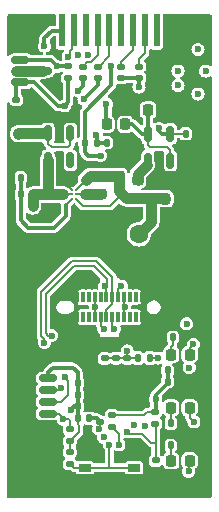
<source format=gbr>
%TF.GenerationSoftware,KiCad,Pcbnew,8.0.1*%
%TF.CreationDate,2025-06-23T19:48:13+12:00*%
%TF.ProjectId,panelrev2,70616e65-6c72-4657-9632-2e6b69636164,rev?*%
%TF.SameCoordinates,Original*%
%TF.FileFunction,Copper,L4,Bot*%
%TF.FilePolarity,Positive*%
%FSLAX46Y46*%
G04 Gerber Fmt 4.6, Leading zero omitted, Abs format (unit mm)*
G04 Created by KiCad (PCBNEW 8.0.1) date 2025-06-23 19:48:13*
%MOMM*%
%LPD*%
G01*
G04 APERTURE LIST*
G04 Aperture macros list*
%AMRoundRect*
0 Rectangle with rounded corners*
0 $1 Rounding radius*
0 $2 $3 $4 $5 $6 $7 $8 $9 X,Y pos of 4 corners*
0 Add a 4 corners polygon primitive as box body*
4,1,4,$2,$3,$4,$5,$6,$7,$8,$9,$2,$3,0*
0 Add four circle primitives for the rounded corners*
1,1,$1+$1,$2,$3*
1,1,$1+$1,$4,$5*
1,1,$1+$1,$6,$7*
1,1,$1+$1,$8,$9*
0 Add four rect primitives between the rounded corners*
20,1,$1+$1,$2,$3,$4,$5,0*
20,1,$1+$1,$4,$5,$6,$7,0*
20,1,$1+$1,$6,$7,$8,$9,0*
20,1,$1+$1,$8,$9,$2,$3,0*%
G04 Aperture macros list end*
%TA.AperFunction,ComponentPad*%
%ADD10R,0.900000X0.500000*%
%TD*%
%TA.AperFunction,ComponentPad*%
%ADD11C,1.600000*%
%TD*%
%TA.AperFunction,SMDPad,CuDef*%
%ADD12R,0.500000X2.800000*%
%TD*%
%TA.AperFunction,SMDPad,CuDef*%
%ADD13R,0.600000X2.600000*%
%TD*%
%TA.AperFunction,SMDPad,CuDef*%
%ADD14RoundRect,0.135000X0.135000X0.185000X-0.135000X0.185000X-0.135000X-0.185000X0.135000X-0.185000X0*%
%TD*%
%TA.AperFunction,SMDPad,CuDef*%
%ADD15RoundRect,0.135000X0.185000X-0.135000X0.185000X0.135000X-0.185000X0.135000X-0.185000X-0.135000X0*%
%TD*%
%TA.AperFunction,SMDPad,CuDef*%
%ADD16RoundRect,0.150000X-0.625000X0.150000X-0.625000X-0.150000X0.625000X-0.150000X0.625000X0.150000X0*%
%TD*%
%TA.AperFunction,SMDPad,CuDef*%
%ADD17RoundRect,0.250000X-0.650000X0.350000X-0.650000X-0.350000X0.650000X-0.350000X0.650000X0.350000X0*%
%TD*%
%TA.AperFunction,SMDPad,CuDef*%
%ADD18RoundRect,0.150000X-0.150000X0.512500X-0.150000X-0.512500X0.150000X-0.512500X0.150000X0.512500X0*%
%TD*%
%TA.AperFunction,SMDPad,CuDef*%
%ADD19RoundRect,0.147500X0.172500X-0.147500X0.172500X0.147500X-0.172500X0.147500X-0.172500X-0.147500X0*%
%TD*%
%TA.AperFunction,SMDPad,CuDef*%
%ADD20RoundRect,0.135000X-0.135000X-0.185000X0.135000X-0.185000X0.135000X0.185000X-0.135000X0.185000X0*%
%TD*%
%TA.AperFunction,SMDPad,CuDef*%
%ADD21RoundRect,0.140000X-0.170000X0.140000X-0.170000X-0.140000X0.170000X-0.140000X0.170000X0.140000X0*%
%TD*%
%TA.AperFunction,SMDPad,CuDef*%
%ADD22RoundRect,0.140000X0.170000X-0.140000X0.170000X0.140000X-0.170000X0.140000X-0.170000X-0.140000X0*%
%TD*%
%TA.AperFunction,SMDPad,CuDef*%
%ADD23RoundRect,0.135000X-0.185000X0.135000X-0.185000X-0.135000X0.185000X-0.135000X0.185000X0.135000X0*%
%TD*%
%TA.AperFunction,SMDPad,CuDef*%
%ADD24RoundRect,0.225000X-0.225000X-0.250000X0.225000X-0.250000X0.225000X0.250000X-0.225000X0.250000X0*%
%TD*%
%TA.AperFunction,SMDPad,CuDef*%
%ADD25RoundRect,0.218750X0.218750X0.256250X-0.218750X0.256250X-0.218750X-0.256250X0.218750X-0.256250X0*%
%TD*%
%TA.AperFunction,SMDPad,CuDef*%
%ADD26RoundRect,0.218750X-0.218750X-0.256250X0.218750X-0.256250X0.218750X0.256250X-0.218750X0.256250X0*%
%TD*%
%TA.AperFunction,SMDPad,CuDef*%
%ADD27RoundRect,0.140000X-0.140000X-0.170000X0.140000X-0.170000X0.140000X0.170000X-0.140000X0.170000X0*%
%TD*%
%TA.AperFunction,SMDPad,CuDef*%
%ADD28RoundRect,0.150000X0.150000X-0.512500X0.150000X0.512500X-0.150000X0.512500X-0.150000X-0.512500X0*%
%TD*%
%TA.AperFunction,SMDPad,CuDef*%
%ADD29RoundRect,0.147500X0.147500X0.172500X-0.147500X0.172500X-0.147500X-0.172500X0.147500X-0.172500X0*%
%TD*%
%TA.AperFunction,SMDPad,CuDef*%
%ADD30RoundRect,0.225000X0.250000X-0.225000X0.250000X0.225000X-0.250000X0.225000X-0.250000X-0.225000X0*%
%TD*%
%TA.AperFunction,SMDPad,CuDef*%
%ADD31RoundRect,0.218750X-0.256250X0.218750X-0.256250X-0.218750X0.256250X-0.218750X0.256250X0.218750X0*%
%TD*%
%TA.AperFunction,SMDPad,CuDef*%
%ADD32RoundRect,0.150000X-0.587500X-0.150000X0.587500X-0.150000X0.587500X0.150000X-0.587500X0.150000X0*%
%TD*%
%TA.AperFunction,SMDPad,CuDef*%
%ADD33C,0.250000*%
%TD*%
%TA.AperFunction,SMDPad,CuDef*%
%ADD34R,1.050000X0.650000*%
%TD*%
%TA.AperFunction,SMDPad,CuDef*%
%ADD35RoundRect,0.225000X-0.250000X0.225000X-0.250000X-0.225000X0.250000X-0.225000X0.250000X0.225000X0*%
%TD*%
%TA.AperFunction,SMDPad,CuDef*%
%ADD36R,0.300000X0.850000*%
%TD*%
%TA.AperFunction,ComponentPad*%
%ADD37C,1.100000*%
%TD*%
%TA.AperFunction,ViaPad*%
%ADD38C,0.600000*%
%TD*%
%TA.AperFunction,Conductor*%
%ADD39C,0.200000*%
%TD*%
%TA.AperFunction,Conductor*%
%ADD40C,0.900000*%
%TD*%
%TA.AperFunction,Conductor*%
%ADD41C,0.350000*%
%TD*%
G04 APERTURE END LIST*
D10*
%TO.P,AE1,2,PCB_Trace*%
%TO.N,Board_0-GND*%
X141350000Y-68025000D03*
%TD*%
D11*
%TO.P,C5,1*%
%TO.N,Board_0-Cap_V+*%
X151000000Y-45950000D03*
%TO.P,C5,2*%
%TO.N,Board_0-GND*%
X146000000Y-45950000D03*
%TD*%
D12*
%TO.P,J3,2,D2S*%
%TO.N,Board_0-unconnected-(J3-D2S-Pad2)*%
X152500000Y-28700000D03*
%TO.P,J3,4,D1+*%
%TO.N,Board_0-D1+*%
X151500000Y-28700000D03*
%TO.P,J3,6,D1-*%
%TO.N,Board_0-D1-*%
X150500000Y-28700000D03*
%TO.P,J3,8,D0S*%
%TO.N,Board_0-unconnected-(J3-D0S-Pad8)*%
X149500000Y-28700000D03*
%TO.P,J3,10,CK+*%
%TO.N,Board_0-CK+*%
X148500000Y-28700000D03*
%TO.P,J3,12,CK-*%
%TO.N,Board_0-CK-*%
X147500000Y-28700000D03*
%TO.P,J3,14,UTILITY/HEAC+*%
%TO.N,Board_0-unconnected-(J3-UTILITY{slash}HEAC+-Pad14)*%
X146500000Y-28700000D03*
%TO.P,J3,16,SDA*%
%TO.N,Board_0-Net-(J3-SDA)*%
X145500000Y-28700000D03*
%TO.P,J3,18,+5V*%
%TO.N,Board_0-Net-(D16-A)*%
X144500000Y-28700000D03*
D13*
%TO.P,J3,SH,SH*%
%TO.N,Board_0-GND*%
X155275000Y-28600000D03*
X141725000Y-28600000D03*
%TD*%
D14*
%TO.P,R10,1*%
%TO.N,Board_0-Net-(U1A--)*%
X147410000Y-38200000D03*
%TO.P,R10,2*%
%TO.N,Board_0-D0-*%
X146390000Y-38200000D03*
%TD*%
D15*
%TO.P,R11,1*%
%TO.N,Board_0-+3V3*%
X145150000Y-63510000D03*
%TO.P,R11,2*%
%TO.N,Board_0-GPIO9*%
X145150000Y-62490000D03*
%TD*%
D16*
%TO.P,J4,1,Pin_1*%
%TO.N,Board_0-+3V3*%
X143325000Y-58150000D03*
%TO.P,J4,2,Pin_2*%
%TO.N,Board_0-TXD*%
X143325000Y-59150000D03*
%TO.P,J4,3,Pin_3*%
%TO.N,Board_0-RXD*%
X143325000Y-60150000D03*
%TO.P,J4,4,Pin_4*%
%TO.N,Board_0-GPIO9*%
X143325000Y-61150000D03*
%TO.P,J4,5,Pin_5*%
%TO.N,Board_0-GND*%
X143325000Y-62150000D03*
D17*
%TO.P,J4,MP,MountPin*%
X140800000Y-56850000D03*
X140800000Y-63450000D03*
%TD*%
D18*
%TO.P,U6,1,VIN*%
%TO.N,Board_0-+5V*%
X143300000Y-37425000D03*
%TO.P,U6,2,GND*%
%TO.N,Board_0-GND*%
X144250000Y-37425000D03*
%TO.P,U6,3,EN*%
%TO.N,Board_0-+5V*%
X145200000Y-37425000D03*
%TO.P,U6,4,NC*%
%TO.N,Board_0-unconnected-(U6-NC-Pad4)*%
X145200000Y-39700000D03*
%TO.P,U6,5,VOUT*%
%TO.N,Board_0-+3V3*%
X143300000Y-39700000D03*
%TD*%
D19*
%TO.P,D3,1,K*%
%TO.N,Board_0-VBUS*%
X151000000Y-32735000D03*
%TO.P,D3,2,A*%
%TO.N,Board_0-D1+*%
X151000000Y-31765000D03*
%TD*%
D20*
%TO.P,R7,1*%
%TO.N,Board_0-Net-(D12-K)*%
X153890000Y-54700000D03*
%TO.P,R7,2*%
%TO.N,Board_0-GND*%
X154910000Y-54700000D03*
%TD*%
D21*
%TO.P,C22,1*%
%TO.N,Board_0-+3V3*%
X150000000Y-56470000D03*
%TO.P,C22,2*%
%TO.N,Board_0-GND*%
X150000000Y-57430000D03*
%TD*%
D20*
%TO.P,R15,1*%
%TO.N,Board_0-Net-(U3-VSEL)*%
X140990000Y-41200000D03*
%TO.P,R15,2*%
%TO.N,Board_0-GND*%
X142010000Y-41200000D03*
%TD*%
D22*
%TO.P,C16,1*%
%TO.N,Board_0-Net-(U5-VDD3P3)*%
X147700000Y-61830000D03*
%TO.P,C16,2*%
%TO.N,Board_0-GND*%
X147700000Y-60870000D03*
%TD*%
D23*
%TO.P,R8,1*%
%TO.N,Board_0-+3V3*%
X145150000Y-64390000D03*
%TO.P,R8,2*%
%TO.N,Board_0-User_SW1*%
X145150000Y-65410000D03*
%TD*%
D20*
%TO.P,R21,1*%
%TO.N,Board_0-Net-(U2-VOUT)*%
X154940000Y-37450000D03*
%TO.P,R21,2*%
%TO.N,Board_0-GND*%
X155960000Y-37450000D03*
%TD*%
D24*
%TO.P,C4,1*%
%TO.N,Board_0-Cap_V+*%
X153225000Y-42950000D03*
%TO.P,C4,2*%
%TO.N,Board_0-GND*%
X154775000Y-42950000D03*
%TD*%
D25*
%TO.P,F1,1*%
%TO.N,Board_0-Net-(U2-RUN)*%
X149837500Y-36650000D03*
%TO.P,F1,2*%
%TO.N,Board_0-VDD*%
X148262500Y-36650000D03*
%TD*%
D26*
%TO.P,D11,1,K*%
%TO.N,Board_0-Net-(D11-K)*%
X153712500Y-60650000D03*
%TO.P,D11,2,A*%
%TO.N,Board_0-TXD*%
X155287500Y-60650000D03*
%TD*%
D20*
%TO.P,R5,1*%
%TO.N,Board_0-Net-(D11-K)*%
X153690000Y-61950000D03*
%TO.P,R5,2*%
%TO.N,Board_0-GND*%
X154710000Y-61950000D03*
%TD*%
%TO.P,R1,1*%
%TO.N,Board_0-Net-(D10-K)*%
X153690000Y-63850000D03*
%TO.P,R1,2*%
%TO.N,Board_0-GND*%
X154710000Y-63850000D03*
%TD*%
D19*
%TO.P,D2,1,K*%
%TO.N,Board_0-VBUS*%
X149500000Y-32735000D03*
%TO.P,D2,2,A*%
%TO.N,Board_0-D1-*%
X149500000Y-31765000D03*
%TD*%
D23*
%TO.P,R19,1*%
%TO.N,Board_0-+3V3*%
X148700000Y-61290000D03*
%TO.P,R19,2*%
%TO.N,Board_0-GPIO2*%
X148700000Y-62310000D03*
%TD*%
D19*
%TO.P,D8,1,K*%
%TO.N,Board_0-Net-(D8-K)*%
X147550000Y-32735000D03*
%TO.P,D8,2,A*%
%TO.N,Board_0-CK+*%
X147550000Y-31765000D03*
%TD*%
D23*
%TO.P,R9,1*%
%TO.N,Board_0-lin_reg*%
X140600000Y-34590000D03*
%TO.P,R9,2*%
%TO.N,Board_0-GND*%
X140600000Y-35610000D03*
%TD*%
D27*
%TO.P,C17,1*%
%TO.N,Board_0-+3V3*%
X145820000Y-59550000D03*
%TO.P,C17,2*%
%TO.N,Board_0-GND*%
X146780000Y-59550000D03*
%TD*%
%TO.P,C15,1*%
%TO.N,Board_0-+3V3*%
X145820000Y-58550000D03*
%TO.P,C15,2*%
%TO.N,Board_0-GND*%
X146780000Y-58550000D03*
%TD*%
D26*
%TO.P,D12,1,K*%
%TO.N,Board_0-Net-(D12-K)*%
X153712500Y-56150000D03*
%TO.P,D12,2,A*%
%TO.N,Board_0-User_LED3*%
X155287500Y-56150000D03*
%TD*%
D28*
%TO.P,U2,1,RUN*%
%TO.N,Board_0-Net-(U2-RUN)*%
X153650000Y-39737500D03*
%TO.P,U2,2,GND*%
%TO.N,Board_0-GND*%
X152700000Y-39737500D03*
%TO.P,U2,3,SW*%
%TO.N,Board_0-Net-(U2-SW)*%
X151750000Y-39737500D03*
%TO.P,U2,4,VIN*%
%TO.N,Board_0-Net-(U2-RUN)*%
X151750000Y-37462500D03*
%TO.P,U2,5,VOUT*%
%TO.N,Board_0-Net-(U2-VOUT)*%
X153650000Y-37462500D03*
%TD*%
D24*
%TO.P,C3,1*%
%TO.N,Board_0-Net-(U2-RUN)*%
X151775000Y-35450000D03*
%TO.P,C3,2*%
%TO.N,Board_0-GND*%
X153325000Y-35450000D03*
%TD*%
D15*
%TO.P,R20,1*%
%TO.N,Board_0-lin_reg*%
X145000000Y-32760000D03*
%TO.P,R20,2*%
%TO.N,Board_0-VBUS*%
X145000000Y-31740000D03*
%TD*%
D14*
%TO.P,R25,1*%
%TO.N,Board_0-GND*%
X149310000Y-38200000D03*
%TO.P,R25,2*%
%TO.N,Board_0-Net-(U1A--)*%
X148290000Y-38200000D03*
%TD*%
D21*
%TO.P,C18,1*%
%TO.N,Board_0-+3V3*%
X148100000Y-56470000D03*
%TO.P,C18,2*%
%TO.N,Board_0-GND*%
X148100000Y-57430000D03*
%TD*%
%TO.P,C20,1*%
%TO.N,Board_0-+3V3*%
X149050000Y-56470000D03*
%TO.P,C20,2*%
%TO.N,Board_0-GND*%
X149050000Y-57430000D03*
%TD*%
D29*
%TO.P,L3,1*%
%TO.N,Board_0-Net-(U5-VDD3P3)*%
X146785000Y-61550000D03*
%TO.P,L3,2*%
%TO.N,Board_0-+3V3*%
X145815000Y-61550000D03*
%TD*%
D30*
%TO.P,C6,1*%
%TO.N,Board_0-Cap_V+*%
X149300000Y-41025000D03*
%TO.P,C6,2*%
%TO.N,Board_0-GND*%
X149300000Y-39475000D03*
%TD*%
D31*
%TO.P,L2,1*%
%TO.N,Board_0-Cap_V+*%
X147800000Y-41025000D03*
%TO.P,L2,2*%
%TO.N,Board_0-Net-(U3-SW)*%
X147800000Y-42600000D03*
%TD*%
D14*
%TO.P,R14,1*%
%TO.N,Board_0-+3V3*%
X142010000Y-42600000D03*
%TO.P,R14,2*%
%TO.N,Board_0-Net-(U3-VSEL)*%
X140990000Y-42600000D03*
%TD*%
D19*
%TO.P,D9,1,K*%
%TO.N,Board_0-Net-(D9-K)*%
X146250000Y-32735000D03*
%TO.P,D9,2,A*%
%TO.N,Board_0-CK-*%
X146250000Y-31765000D03*
%TD*%
D32*
%TO.P,Q3,1,G*%
%TO.N,Board_0-lin_reg*%
X140962500Y-33100000D03*
%TO.P,Q3,2,S*%
%TO.N,Board_0-VBUS*%
X140962500Y-31200000D03*
%TO.P,Q3,3,D*%
%TO.N,Board_0-VDD*%
X142837500Y-32150000D03*
%TD*%
D21*
%TO.P,C25,1*%
%TO.N,Board_0-Net-(U5-CHIP_EN)*%
X152400000Y-65120000D03*
%TO.P,C25,2*%
%TO.N,Board_0-GND*%
X152400000Y-66080000D03*
%TD*%
D20*
%TO.P,R18,1*%
%TO.N,Board_0-+3V3*%
X150890000Y-56450000D03*
%TO.P,R18,2*%
%TO.N,Board_0-GPIO8*%
X151910000Y-56450000D03*
%TD*%
D27*
%TO.P,C14,1*%
%TO.N,Board_0-+3V3*%
X153420000Y-57500000D03*
%TO.P,C14,2*%
%TO.N,Board_0-GND*%
X154380000Y-57500000D03*
%TD*%
D33*
%TO.P,U3,A1,VIN*%
%TO.N,Board_0-Cap_V+*%
X145700000Y-42200000D03*
%TO.P,U3,A2,GND*%
%TO.N,Board_0-GND*%
X145300000Y-42200000D03*
%TO.P,U3,B1,SW*%
%TO.N,Board_0-Net-(U3-SW)*%
X145700000Y-42600000D03*
%TO.P,U3,B2,VOUT*%
%TO.N,Board_0-+3V3*%
X145300000Y-42600000D03*
%TO.P,U3,C1,EN*%
%TO.N,Board_0-Cap_V+*%
X145700000Y-43000000D03*
%TO.P,U3,C2,VSEL*%
%TO.N,Board_0-Net-(U3-VSEL)*%
X145300000Y-43000000D03*
%TD*%
D26*
%TO.P,D10,1,K*%
%TO.N,Board_0-Net-(D10-K)*%
X153712500Y-65150000D03*
%TO.P,D10,2,A*%
%TO.N,Board_0-RXD*%
X155287500Y-65150000D03*
%TD*%
D31*
%TO.P,L1,1,1*%
%TO.N,Board_0-Net-(U2-SW)*%
X150900000Y-41362500D03*
%TO.P,L1,2,2*%
%TO.N,Board_0-Cap_V+*%
X150900000Y-42937500D03*
%TD*%
D27*
%TO.P,C19,1*%
%TO.N,Board_0-+3V3*%
X145820000Y-60550000D03*
%TO.P,C19,2*%
%TO.N,Board_0-GND*%
X146780000Y-60550000D03*
%TD*%
D34*
%TO.P,SW1,1,A*%
%TO.N,Board_0-GND*%
X150575000Y-63575000D03*
X146425000Y-63575000D03*
%TO.P,SW1,2,B*%
%TO.N,Board_0-User_SW1*%
X150575000Y-65725000D03*
X146425000Y-65725000D03*
%TD*%
D27*
%TO.P,C13,1*%
%TO.N,Board_0-+3V3*%
X153420000Y-58450000D03*
%TO.P,C13,2*%
%TO.N,Board_0-GND*%
X154380000Y-58450000D03*
%TD*%
D35*
%TO.P,C24,1*%
%TO.N,Board_0-+5V*%
X141600000Y-37425000D03*
%TO.P,C24,2*%
%TO.N,Board_0-GND*%
X141600000Y-38975000D03*
%TD*%
D23*
%TO.P,R22,1*%
%TO.N,Board_0-+3V3*%
X152350000Y-60990000D03*
%TO.P,R22,2*%
%TO.N,Board_0-Net-(U5-CHIP_EN)*%
X152350000Y-62010000D03*
%TD*%
D35*
%TO.P,C7,1*%
%TO.N,Board_0-+3V3*%
X143290000Y-42600000D03*
%TO.P,C7,2*%
%TO.N,Board_0-GND*%
X143290000Y-44150000D03*
%TD*%
D36*
%TO.P,J5,A1,GND*%
%TO.N,Board_0-GND*%
X151250000Y-51315000D03*
%TO.P,J5,A2,TX1+*%
%TO.N,Board_0-unconnected-(J5-TX1+-PadA2)*%
X150750000Y-51315000D03*
%TO.P,J5,A3,TX1-*%
%TO.N,Board_0-unconnected-(J5-TX1--PadA3)*%
X150250000Y-51315000D03*
%TO.P,J5,A4,VBUS*%
%TO.N,Board_0-+5V*%
X149750000Y-51315000D03*
%TO.P,J5,A5,CC1*%
%TO.N,Board_0-Net-(J5-CC1)*%
X149250000Y-51315000D03*
%TO.P,J5,A6,D+*%
%TO.N,Board_0-A_D+*%
X148750000Y-51315000D03*
%TO.P,J5,A7,D-*%
%TO.N,Board_0-A_D-*%
X148250000Y-51315000D03*
%TO.P,J5,A8,SBU1*%
%TO.N,Board_0-unconnected-(J5-SBU1-PadA8)*%
X147750000Y-51315000D03*
%TO.P,J5,A9,VBUS*%
%TO.N,Board_0-+5V*%
X147250000Y-51315000D03*
%TO.P,J5,A10,RX2-*%
%TO.N,Board_0-unconnected-(J5-RX2--PadA10)*%
X146750000Y-51315000D03*
%TO.P,J5,A11,RX2+*%
%TO.N,Board_0-unconnected-(J5-RX2+-PadA11)*%
X146250000Y-51315000D03*
%TO.P,J5,A12,GND*%
%TO.N,Board_0-GND*%
X145750000Y-51315000D03*
%TO.P,J5,B1,GND*%
X145750000Y-52985000D03*
%TO.P,J5,B2,TX2+*%
%TO.N,Board_0-unconnected-(J5-TX2+-PadB2)*%
X146250000Y-52985000D03*
%TO.P,J5,B3,TX2-*%
%TO.N,Board_0-unconnected-(J5-TX2--PadB3)*%
X146750000Y-52985000D03*
%TO.P,J5,B4,VBUS*%
%TO.N,Board_0-+5V*%
X147250000Y-52985000D03*
%TO.P,J5,B5,CC2*%
%TO.N,Board_0-Net-(J5-CC2)*%
X147750000Y-52985000D03*
%TO.P,J5,B6,D+*%
%TO.N,Board_0-A_D+*%
X148250000Y-52985000D03*
%TO.P,J5,B7,D-*%
%TO.N,Board_0-A_D-*%
X148750000Y-52985000D03*
%TO.P,J5,B8,SBU2*%
%TO.N,Board_0-unconnected-(J5-SBU2-PadB8)*%
X149250000Y-52985000D03*
%TO.P,J5,B9,VBUS*%
%TO.N,Board_0-+5V*%
X149750000Y-52985000D03*
%TO.P,J5,B10,RX1-*%
%TO.N,Board_0-unconnected-(J5-RX1--PadB10)*%
X150250000Y-52985000D03*
%TO.P,J5,B11,RX1+*%
%TO.N,Board_0-unconnected-(J5-RX1+-PadB11)*%
X150750000Y-52985000D03*
%TO.P,J5,B12,GND*%
%TO.N,Board_0-GND*%
X151250000Y-52985000D03*
D37*
%TO.P,J5,S1,SHIELD*%
X150900000Y-54300000D03*
X150900000Y-50000000D03*
X146100000Y-54300000D03*
X146100000Y-50000000D03*
%TD*%
D38*
%TO.N,Board_0-+3V3*%
X145230000Y-60820000D03*
X142000000Y-43600000D03*
X152400000Y-59900000D03*
X150000000Y-55850000D03*
%TO.N,Board_0-+5V*%
X140750000Y-37450000D03*
X149800000Y-52150000D03*
X147300000Y-52150000D03*
%TO.N,Board_0-ACC_INT1*%
X156650000Y-32150000D03*
X151500000Y-62200000D03*
%TO.N,Board_0-ACC_SCK*%
X146650000Y-30750000D03*
X155050000Y-53550000D03*
%TO.N,Board_0-A_D+*%
X142999479Y-55150521D03*
%TO.N,Board_0-A_D-*%
X143600521Y-54549479D03*
X148100000Y-50350000D03*
X148900000Y-53950000D03*
%TO.N,Board_0-Cap_V+*%
X148000000Y-63150000D03*
%TO.N,Board_0-D0-*%
X148650000Y-31750000D03*
X147750000Y-39300000D03*
%TO.N,Board_0-GND*%
X148500000Y-59150000D03*
X142700000Y-38650000D03*
X147500000Y-60150000D03*
X153900000Y-59200000D03*
X152550000Y-33850000D03*
X149500000Y-58150000D03*
X140305491Y-59987608D03*
X147700000Y-47400000D03*
X149500000Y-60150000D03*
X141800000Y-55250000D03*
X142750000Y-66300000D03*
X149200000Y-34950000D03*
X142650000Y-67950000D03*
X145700000Y-44400000D03*
X156200000Y-67750000D03*
X147500000Y-55350000D03*
X153000000Y-55000000D03*
X144100000Y-32950000D03*
X140400000Y-66150000D03*
X146300000Y-66800000D03*
X141931609Y-50234901D03*
X150900000Y-64550000D03*
X156500000Y-29650000D03*
X143850000Y-63900000D03*
X154100000Y-66650000D03*
X153750000Y-44850000D03*
X140500000Y-28150000D03*
X149500000Y-59150000D03*
X147500000Y-58150000D03*
X155500000Y-50200000D03*
X149250000Y-55200000D03*
X155700000Y-62850000D03*
X152050000Y-41800000D03*
X144000000Y-30650000D03*
X141530076Y-53975387D03*
X155800000Y-35450000D03*
X148500000Y-60150000D03*
X142000000Y-44650000D03*
X144520000Y-67970000D03*
X147500000Y-59150000D03*
X155600000Y-47250000D03*
X149800000Y-67350000D03*
X140500000Y-29650000D03*
X145250000Y-41200000D03*
X151200000Y-52150000D03*
X156500000Y-28150000D03*
X142450000Y-34650000D03*
X153600000Y-46850000D03*
X146300000Y-67600000D03*
X148500000Y-58150000D03*
X145530000Y-67970000D03*
X146300000Y-64450000D03*
X142600000Y-67100000D03*
X144330000Y-66320000D03*
%TO.N,Board_0-GPIO2*%
X149300000Y-63800000D03*
%TO.N,Board_0-GPIO8*%
X152600000Y-56450000D03*
%TO.N,Board_0-GPIO9*%
X144600000Y-61650000D03*
X155250000Y-57250000D03*
%TO.N,Board_0-Net-(D16-A)*%
X156000000Y-30300000D03*
X143000000Y-30050000D03*
%TO.N,Board_0-Net-(D8-K)*%
X146350000Y-34550000D03*
%TO.N,Board_0-Net-(D9-K)*%
X145850000Y-33800000D03*
%TO.N,Board_0-Net-(J3-SCL)*%
X154300000Y-33350000D03*
X145850000Y-30750000D03*
%TO.N,Board_0-Net-(J3-SDA)*%
X145000000Y-30950000D03*
X154300000Y-32150000D03*
%TO.N,Board_0-Net-(J5-CC1)*%
X149500000Y-50350000D03*
%TO.N,Board_0-Net-(J5-CC2)*%
X148000000Y-53950000D03*
%TO.N,Board_0-Net-(U1A--)*%
X147400000Y-37550000D03*
%TO.N,Board_0-Net-(U2-VOUT)*%
X152700000Y-37000000D03*
%TO.N,Board_0-Net-(U5-CHIP_EN)*%
X149950000Y-62700000D03*
%TO.N,Board_0-Net-(U5-VDD3P3)*%
X147600000Y-62450000D03*
%TO.N,Board_0-RXD*%
X155200000Y-66050000D03*
X144700000Y-58050000D03*
%TO.N,Board_0-TXD*%
X155650000Y-61850000D03*
X144400000Y-58950000D03*
%TO.N,Board_0-User_LED3*%
X156000000Y-34100000D03*
X150600000Y-62150000D03*
X155600000Y-55300000D03*
%TO.N,Board_0-User_SW1*%
X148500000Y-63800000D03*
%TO.N,Board_0-VBUS*%
X144100000Y-31750000D03*
X151000000Y-33500000D03*
%TO.N,Board_0-VDD*%
X148250000Y-34950000D03*
X140550000Y-32150000D03*
%TO.N,Board_0-lin_reg*%
X144700000Y-35100000D03*
%TD*%
D39*
%TO.N,Board_0-+3V3*%
X145950000Y-62700000D02*
X145950000Y-62200000D01*
X150000000Y-56470000D02*
X150000000Y-55850000D01*
X152350000Y-60990000D02*
X151710000Y-60990000D01*
X145150000Y-63510000D02*
X145150000Y-63500000D01*
D40*
X142000000Y-43600000D02*
X142000000Y-42610000D01*
D41*
X145500000Y-60550000D02*
X145820000Y-60550000D01*
X152400000Y-60940000D02*
X152350000Y-60990000D01*
D39*
X151410000Y-61290000D02*
X148700000Y-61290000D01*
D40*
X143290000Y-42600000D02*
X144600000Y-42600000D01*
D41*
X143325000Y-57625000D02*
X143700000Y-57250000D01*
D39*
X145820000Y-58550000D02*
X145820000Y-60550000D01*
X145300000Y-42600000D02*
X144600000Y-42600000D01*
X148100000Y-56470000D02*
X150000000Y-56470000D01*
X143137500Y-42447500D02*
X143290000Y-42600000D01*
D41*
X145400000Y-57250000D02*
X145820000Y-57670000D01*
X153420000Y-58530000D02*
X153420000Y-58450000D01*
X152400000Y-59900000D02*
X152400000Y-60940000D01*
X145820000Y-58550000D02*
X145820000Y-61545000D01*
D40*
X143300000Y-42590000D02*
X143290000Y-42600000D01*
X143290000Y-42600000D02*
X142010000Y-42600000D01*
D41*
X143325000Y-58150000D02*
X143325000Y-57625000D01*
D39*
X145150000Y-63500000D02*
X145950000Y-62700000D01*
D41*
X145150000Y-63510000D02*
X145150000Y-63450000D01*
D39*
X145820000Y-60550000D02*
X145820000Y-61545000D01*
X145150000Y-63510000D02*
X145150000Y-64390000D01*
D41*
X153420000Y-58450000D02*
X153420000Y-57500000D01*
X145230000Y-60820000D02*
X145500000Y-60550000D01*
D40*
X143300000Y-39700000D02*
X143300000Y-41250000D01*
D41*
X152400000Y-60200000D02*
X152400000Y-59900000D01*
D39*
X150870000Y-56470000D02*
X150890000Y-56450000D01*
X145815000Y-62065000D02*
X145815000Y-61550000D01*
X150000000Y-56470000D02*
X150870000Y-56470000D01*
D40*
X143300000Y-41250000D02*
X143300000Y-42590000D01*
D41*
X152400000Y-59900000D02*
X152400000Y-59550000D01*
D40*
X142000000Y-42610000D02*
X142010000Y-42600000D01*
D41*
X143700000Y-57250000D02*
X145400000Y-57250000D01*
X145820000Y-57670000D02*
X145820000Y-58550000D01*
X152400000Y-59550000D02*
X153420000Y-58530000D01*
D39*
X151710000Y-60990000D02*
X151410000Y-61290000D01*
D41*
X145820000Y-61545000D02*
X145815000Y-61550000D01*
D39*
X145950000Y-62200000D02*
X145815000Y-62065000D01*
%TO.N,Board_0-+5V*%
X147250000Y-52200000D02*
X147250000Y-52985000D01*
X147250000Y-52100000D02*
X147250000Y-51315000D01*
X145200000Y-38400000D02*
X145200000Y-37425000D01*
X147300000Y-52150000D02*
X147250000Y-52200000D01*
X149750000Y-51315000D02*
X149750000Y-52100000D01*
X149750000Y-52200000D02*
X149800000Y-52150000D01*
X149750000Y-52985000D02*
X149750000Y-52200000D01*
D40*
X140750000Y-37450000D02*
X140780000Y-37420000D01*
D39*
X147300000Y-52150000D02*
X147250000Y-52100000D01*
X143300000Y-38300000D02*
X143600000Y-38600000D01*
D40*
X140780000Y-37420000D02*
X143100000Y-37420000D01*
D39*
X145000000Y-38600000D02*
X145200000Y-38400000D01*
X149750000Y-52100000D02*
X149800000Y-52150000D01*
X143600000Y-38600000D02*
X145000000Y-38600000D01*
X143300000Y-37425000D02*
X143300000Y-38300000D01*
%TO.N,Board_0-A_D+*%
X148750000Y-51900000D02*
X148250000Y-52400000D01*
X145306800Y-48225000D02*
X142675000Y-50856800D01*
X147393200Y-48225000D02*
X145306800Y-48225000D01*
X148750000Y-51315000D02*
X148750000Y-49581800D01*
X142999479Y-54867678D02*
X142999479Y-55150521D01*
X148250000Y-52400000D02*
X148250000Y-52985000D01*
X148750000Y-51315000D02*
X148750000Y-51900000D01*
X142675000Y-54543199D02*
X142999479Y-54867678D01*
X142675000Y-50856800D02*
X142675000Y-54543199D01*
X148750000Y-49581800D02*
X147393200Y-48225000D01*
%TO.N,Board_0-A_D-*%
X143317678Y-54549479D02*
X143600521Y-54549479D01*
X148100000Y-50350000D02*
X148300000Y-50150000D01*
X145493200Y-48675000D02*
X143125000Y-51043200D01*
X143125000Y-54356801D02*
X143317678Y-54549479D01*
X148750000Y-53800000D02*
X148900000Y-53950000D01*
X147206800Y-48675000D02*
X145493200Y-48675000D01*
X148100000Y-50350000D02*
X148250000Y-50500000D01*
X148300000Y-49768200D02*
X147206800Y-48675000D01*
X148750000Y-52985000D02*
X148750000Y-53800000D01*
X148250000Y-50500000D02*
X148250000Y-51315000D01*
X143125000Y-51043200D02*
X143125000Y-54356801D01*
X148300000Y-50150000D02*
X148300000Y-49768200D01*
%TO.N,Board_0-CK+*%
X147585000Y-31765000D02*
X148500000Y-30850000D01*
X147550000Y-31765000D02*
X147585000Y-31765000D01*
X148500000Y-30850000D02*
X148500000Y-28750000D01*
%TO.N,Board_0-CK-*%
X147500000Y-28750000D02*
X147500000Y-30825000D01*
X146250000Y-31765000D02*
X146627500Y-31387500D01*
X147500000Y-30825000D02*
X146937500Y-31387500D01*
X146627500Y-31387500D02*
X146937500Y-31387500D01*
D40*
%TO.N,Board_0-Cap_V+*%
X152050000Y-44900000D02*
X152050000Y-42937500D01*
X149300000Y-41030000D02*
X149300000Y-42300000D01*
D39*
X146300000Y-43600000D02*
X148550000Y-43600000D01*
D40*
X151100000Y-45950000D02*
X151000000Y-45950000D01*
X150900000Y-42937500D02*
X152050000Y-42937500D01*
D39*
X148550000Y-43600000D02*
X149500000Y-42650000D01*
D40*
X149231497Y-41025000D02*
X149268248Y-41061751D01*
X149937500Y-42937500D02*
X150900000Y-42937500D01*
X147800000Y-41025000D02*
X146875000Y-41025000D01*
D39*
X145700000Y-43000000D02*
X146300000Y-43600000D01*
D40*
X152050000Y-42937500D02*
X153212500Y-42937500D01*
X146875000Y-41025000D02*
X146500000Y-41400000D01*
X149300000Y-42300000D02*
X149937500Y-42937500D01*
X153212500Y-42937500D02*
X153225000Y-42950000D01*
X147800000Y-41025000D02*
X149231497Y-41025000D01*
D39*
X145700000Y-42200000D02*
X146500000Y-41400000D01*
X149500000Y-42650000D02*
X150100000Y-42650000D01*
X150100000Y-42650000D02*
X150550000Y-43100000D01*
D40*
X151000000Y-45950000D02*
X152050000Y-44900000D01*
D41*
%TO.N,Board_0-D0-*%
X146400000Y-35600000D02*
X146400000Y-38190000D01*
X148650000Y-31750000D02*
X148650000Y-33350000D01*
X146650000Y-39300000D02*
X146390000Y-39040000D01*
X146390000Y-39040000D02*
X146390000Y-38200000D01*
X147750000Y-39300000D02*
X146650000Y-39300000D01*
X148650000Y-33350000D02*
X146400000Y-35600000D01*
X146400000Y-38190000D02*
X146390000Y-38200000D01*
D39*
%TO.N,Board_0-D1+*%
X151500000Y-30650000D02*
X151500000Y-28750000D01*
X151000000Y-31150000D02*
X151500000Y-30650000D01*
X151000000Y-31765000D02*
X151000000Y-31150000D01*
%TO.N,Board_0-D1-*%
X150500000Y-30350000D02*
X149500000Y-31350000D01*
X150500000Y-28750000D02*
X150500000Y-30350000D01*
X149500000Y-31350000D02*
X149500000Y-31765000D01*
%TO.N,Board_0-GND*%
X145100000Y-41350000D02*
X145100000Y-42000000D01*
X145100000Y-42000000D02*
X145300000Y-42200000D01*
D41*
X142375000Y-38975000D02*
X142700000Y-38650000D01*
D39*
X151250000Y-52985000D02*
X151250000Y-52200000D01*
X145250000Y-41200000D02*
X145100000Y-41350000D01*
D41*
X147700000Y-60870000D02*
X147700000Y-60350000D01*
X141600000Y-38975000D02*
X141600000Y-40350000D01*
X147700000Y-60350000D02*
X147500000Y-60150000D01*
X141600000Y-38975000D02*
X142375000Y-38975000D01*
X141600000Y-40350000D02*
X141750000Y-40500000D01*
X154775000Y-43825000D02*
X154775000Y-42350000D01*
X153750000Y-44850000D02*
X154775000Y-43825000D01*
D39*
X151250000Y-52200000D02*
X151200000Y-52150000D01*
D41*
X152700000Y-39750000D02*
X152700000Y-39737500D01*
D39*
%TO.N,Board_0-GPIO2*%
X149300000Y-63800000D02*
X149300000Y-62910000D01*
X149300000Y-62910000D02*
X148700000Y-62310000D01*
%TO.N,Board_0-GPIO8*%
X152600000Y-56450000D02*
X151910000Y-56450000D01*
%TO.N,Board_0-GPIO9*%
X145050000Y-61650000D02*
X144600000Y-61650000D01*
X145150000Y-61750000D02*
X145050000Y-61650000D01*
X144600000Y-61550000D02*
X144200000Y-61150000D01*
X144200000Y-61150000D02*
X143325000Y-61150000D01*
X145150000Y-62490000D02*
X145150000Y-61750000D01*
X144600000Y-61650000D02*
X144600000Y-61550000D01*
%TO.N,Board_0-Net-(D10-K)*%
X153712500Y-63872500D02*
X153690000Y-63850000D01*
X153712500Y-65150000D02*
X153712500Y-63872500D01*
%TO.N,Board_0-Net-(D11-K)*%
X153712500Y-61927500D02*
X153690000Y-61950000D01*
X153712500Y-60650000D02*
X153712500Y-61927500D01*
%TO.N,Board_0-Net-(D12-K)*%
X153712500Y-55537500D02*
X153890000Y-55360000D01*
X153890000Y-55360000D02*
X153890000Y-54700000D01*
X153712500Y-56150000D02*
X153712500Y-55537500D01*
D41*
%TO.N,Board_0-Net-(D16-A)*%
X143000000Y-30050000D02*
X143000000Y-29350000D01*
X143600000Y-28750000D02*
X144500000Y-28750000D01*
X143000000Y-29350000D02*
X143600000Y-28750000D01*
%TO.N,Board_0-Net-(D8-K)*%
X147550000Y-33350000D02*
X147550000Y-32735000D01*
X146350000Y-34550000D02*
X147550000Y-33350000D01*
%TO.N,Board_0-Net-(D9-K)*%
X146250000Y-33400000D02*
X146250000Y-32735000D01*
X145850000Y-33800000D02*
X146250000Y-33400000D01*
D39*
%TO.N,Board_0-Net-(J3-SDA)*%
X145200000Y-30750000D02*
X145000000Y-30950000D01*
X145200000Y-30450000D02*
X145200000Y-30750000D01*
X145500000Y-28750000D02*
X145500000Y-29650000D01*
X145350000Y-29550000D02*
X145350000Y-30300000D01*
X145500000Y-28750000D02*
X145500000Y-29400000D01*
X145350000Y-30300000D02*
X145200000Y-30450000D01*
X145500000Y-29650000D02*
X145400000Y-29750000D01*
X145500000Y-29400000D02*
X145350000Y-29550000D01*
%TO.N,Board_0-Net-(J5-CC1)*%
X149500000Y-50350000D02*
X149250000Y-50600000D01*
X149250000Y-50600000D02*
X149250000Y-51315000D01*
%TO.N,Board_0-Net-(J5-CC2)*%
X147750000Y-53700000D02*
X148000000Y-53950000D01*
X147750000Y-52985000D02*
X147750000Y-53700000D01*
D41*
%TO.N,Board_0-Net-(U1A--)*%
X147410000Y-37560000D02*
X147410000Y-38200000D01*
X147400000Y-37550000D02*
X147410000Y-37560000D01*
X148200000Y-38060000D02*
X148290000Y-38150000D01*
X147410000Y-38200000D02*
X148290000Y-38200000D01*
%TO.N,Board_0-Net-(U2-RUN)*%
X149837500Y-36650000D02*
X150450000Y-36650000D01*
X151775000Y-37437500D02*
X151750000Y-37462500D01*
D39*
X153650000Y-38850000D02*
X153400000Y-38600000D01*
X153650000Y-39737500D02*
X153650000Y-38850000D01*
D41*
X151262500Y-37462500D02*
X151750000Y-37462500D01*
X151775000Y-35450000D02*
X151775000Y-37437500D01*
D39*
X153400000Y-38600000D02*
X151900000Y-38600000D01*
D41*
X150450000Y-36650000D02*
X151262500Y-37462500D01*
D39*
X151750000Y-38450000D02*
X151750000Y-37462500D01*
X151900000Y-38600000D02*
X151750000Y-38450000D01*
D41*
%TO.N,Board_0-Net-(U2-SW)*%
X151750000Y-40212500D02*
X151750000Y-39737500D01*
D40*
X150900000Y-40850000D02*
X151650000Y-40100000D01*
D41*
X151537500Y-39950000D02*
X151750000Y-39737500D01*
D40*
X150900000Y-41362500D02*
X150900000Y-40850000D01*
D39*
%TO.N,Board_0-Net-(U2-VOUT)*%
X154940000Y-37450000D02*
X153662500Y-37450000D01*
X153662500Y-37450000D02*
X153650000Y-37462500D01*
D41*
X152962500Y-37462500D02*
X153650000Y-37462500D01*
X152700000Y-37200000D02*
X152962500Y-37462500D01*
X152700000Y-37000000D02*
X152700000Y-37200000D01*
D39*
%TO.N,Board_0-Net-(U3-SW)*%
X145700000Y-42600000D02*
X146400000Y-42600000D01*
D40*
X147800000Y-42600000D02*
X146400000Y-42600000D01*
D41*
%TO.N,Board_0-Net-(U3-VSEL)*%
X141000000Y-44800000D02*
X141600000Y-45400000D01*
X143800000Y-45400000D02*
X144800000Y-44400000D01*
X141000000Y-41210000D02*
X140990000Y-41200000D01*
D39*
X145300000Y-43000000D02*
X144800000Y-43500000D01*
D41*
X144800000Y-44400000D02*
X144800000Y-43500000D01*
X141000000Y-44800000D02*
X141000000Y-41210000D01*
X141600000Y-45400000D02*
X143800000Y-45400000D01*
D39*
%TO.N,Board_0-Net-(U5-CHIP_EN)*%
X152400000Y-62060000D02*
X152400000Y-65120000D01*
X152400000Y-63650000D02*
X152050000Y-63650000D01*
X151250000Y-62850000D02*
X150100000Y-62850000D01*
X150100000Y-62850000D02*
X149950000Y-62700000D01*
X152350000Y-62010000D02*
X152400000Y-62060000D01*
X152050000Y-63650000D02*
X151250000Y-62850000D01*
%TO.N,Board_0-Net-(U5-VDD3P3)*%
X147600000Y-62450000D02*
X147700000Y-62350000D01*
D41*
X146785000Y-61550000D02*
X147420000Y-61550000D01*
X147420000Y-61550000D02*
X147700000Y-61830000D01*
D39*
X147700000Y-62350000D02*
X147700000Y-61830000D01*
%TO.N,Board_0-RXD*%
X144400000Y-60150000D02*
X143325000Y-60150000D01*
X155200000Y-65237500D02*
X155287500Y-65150000D01*
X144700000Y-58050000D02*
X145000000Y-58350000D01*
X145000000Y-59550000D02*
X144400000Y-60150000D01*
X145000000Y-58350000D02*
X145000000Y-59550000D01*
X155200000Y-66050000D02*
X155200000Y-65237500D01*
%TO.N,Board_0-TXD*%
X155287500Y-61487500D02*
X155287500Y-60650000D01*
X144400000Y-58950000D02*
X144200000Y-59150000D01*
X144200000Y-59150000D02*
X143325000Y-59150000D01*
X155650000Y-61850000D02*
X155287500Y-61487500D01*
%TO.N,Board_0-User_LED3*%
X155287500Y-55612500D02*
X155287500Y-56150000D01*
X155600000Y-55300000D02*
X155287500Y-55612500D01*
%TO.N,Board_0-User_SW1*%
X150550000Y-65750000D02*
X150575000Y-65725000D01*
X146425000Y-65725000D02*
X145475000Y-65725000D01*
X148500000Y-63800000D02*
X148500000Y-65725000D01*
X145475000Y-65725000D02*
X145160000Y-65410000D01*
X145160000Y-65410000D02*
X145150000Y-65410000D01*
X150575000Y-65725000D02*
X150610000Y-65760000D01*
X146425000Y-65725000D02*
X150575000Y-65725000D01*
D41*
%TO.N,Board_0-VBUS*%
X143550000Y-31200000D02*
X140962500Y-31200000D01*
X149500000Y-32735000D02*
X151000000Y-32735000D01*
X144100000Y-31750000D02*
X143550000Y-31200000D01*
X151000000Y-33500000D02*
X151000000Y-32735000D01*
X144110000Y-31740000D02*
X145000000Y-31740000D01*
X144100000Y-31750000D02*
X144110000Y-31740000D01*
D40*
%TO.N,Board_0-VDD*%
X140550000Y-32150000D02*
X142837500Y-32150000D01*
D41*
X148250000Y-36637500D02*
X148262500Y-36650000D01*
X148250000Y-34950000D02*
X148250000Y-36637500D01*
%TO.N,Board_0-lin_reg*%
X145000000Y-34800000D02*
X145000000Y-32760000D01*
X140600000Y-33100000D02*
X140962500Y-33100000D01*
X144700000Y-35100000D02*
X145000000Y-34800000D01*
X140600000Y-34590000D02*
X140600000Y-33100000D01*
X142130000Y-33100000D02*
X140962500Y-33100000D01*
X144130000Y-35100000D02*
X142130000Y-33100000D01*
X144700000Y-35100000D02*
X144130000Y-35100000D01*
%TD*%
%TA.AperFunction,Conductor*%
%TO.N,Board_0-GND*%
G36*
X146444446Y-62070820D02*
G01*
X146512978Y-62105739D01*
X146606177Y-62120500D01*
X146963822Y-62120499D01*
X146963823Y-62120499D01*
X146978440Y-62118184D01*
X147038872Y-62127755D01*
X147082136Y-62171020D01*
X147091708Y-62231452D01*
X147085392Y-62253849D01*
X147063669Y-62306293D01*
X147044750Y-62449999D01*
X147044750Y-62450000D01*
X147063669Y-62593708D01*
X147063670Y-62593709D01*
X147119139Y-62727625D01*
X147207379Y-62842621D01*
X147322375Y-62930861D01*
X147351865Y-62943076D01*
X147395596Y-62961190D01*
X147442122Y-63000926D01*
X147456406Y-63060421D01*
X147455864Y-63065576D01*
X147444750Y-63149999D01*
X147444750Y-63150000D01*
X147463669Y-63293708D01*
X147463670Y-63293709D01*
X147510751Y-63407376D01*
X147519139Y-63427625D01*
X147607379Y-63542621D01*
X147722375Y-63630861D01*
X147856291Y-63686330D01*
X147859794Y-63686791D01*
X147862079Y-63687881D01*
X147862561Y-63688010D01*
X147862537Y-63688099D01*
X147915019Y-63713127D01*
X147944218Y-63766895D01*
X147945031Y-63797856D01*
X147944750Y-63799992D01*
X147944750Y-63800000D01*
X147963669Y-63943708D01*
X147963670Y-63943709D01*
X147998541Y-64027898D01*
X148019139Y-64077625D01*
X148019141Y-64077628D01*
X148019142Y-64077629D01*
X148107375Y-64192617D01*
X148107377Y-64192618D01*
X148107379Y-64192621D01*
X148110763Y-64195217D01*
X148145421Y-64245638D01*
X148149500Y-64273762D01*
X148149500Y-65275500D01*
X148130593Y-65333691D01*
X148081093Y-65369655D01*
X148050500Y-65374500D01*
X147281582Y-65374500D01*
X147223391Y-65355593D01*
X147190840Y-65310791D01*
X147189696Y-65311266D01*
X147187721Y-65306497D01*
X147187427Y-65306093D01*
X147187212Y-65305268D01*
X147185965Y-65302258D01*
X147130602Y-65219400D01*
X147130599Y-65219397D01*
X147047742Y-65164035D01*
X147047740Y-65164034D01*
X147047737Y-65164033D01*
X147047736Y-65164033D01*
X146974684Y-65149501D01*
X146974674Y-65149500D01*
X145875326Y-65149500D01*
X145875323Y-65149500D01*
X145792813Y-65165913D01*
X145732052Y-65158721D01*
X145687122Y-65117189D01*
X145684565Y-65112310D01*
X145653076Y-65047898D01*
X145575179Y-64970001D01*
X145547404Y-64915487D01*
X145556975Y-64855055D01*
X145575178Y-64829999D01*
X145653076Y-64752102D01*
X145709582Y-64636518D01*
X145720500Y-64561582D01*
X145720500Y-64218418D01*
X145709582Y-64143482D01*
X145653076Y-64027898D01*
X145645179Y-64020001D01*
X145617404Y-63965487D01*
X145626975Y-63905055D01*
X145645178Y-63879999D01*
X145653076Y-63872102D01*
X145709582Y-63756518D01*
X145720500Y-63681582D01*
X145720500Y-63466189D01*
X145739407Y-63407998D01*
X145749490Y-63396191D01*
X146230470Y-62915212D01*
X146276614Y-62835288D01*
X146300500Y-62746144D01*
X146300500Y-62653856D01*
X146300500Y-62159029D01*
X146319407Y-62100838D01*
X146368907Y-62064874D01*
X146430093Y-62064874D01*
X146444446Y-62070820D01*
G37*
%TD.AperFunction*%
%TA.AperFunction,Conductor*%
G36*
X157108691Y-27369407D02*
G01*
X157144655Y-27418907D01*
X157149500Y-27449500D01*
X157149500Y-31638637D01*
X157130593Y-31696828D01*
X157081093Y-31732792D01*
X157019907Y-31732792D01*
X156990233Y-31717179D01*
X156927629Y-31669142D01*
X156927628Y-31669141D01*
X156927625Y-31669139D01*
X156927622Y-31669138D01*
X156927621Y-31669137D01*
X156793709Y-31613670D01*
X156793708Y-31613669D01*
X156650000Y-31594750D01*
X156506291Y-31613669D01*
X156506290Y-31613670D01*
X156372378Y-31669137D01*
X156372374Y-31669139D01*
X156257381Y-31757377D01*
X156257377Y-31757381D01*
X156169139Y-31872374D01*
X156169137Y-31872378D01*
X156113670Y-32006290D01*
X156113669Y-32006291D01*
X156094750Y-32149999D01*
X156094750Y-32150000D01*
X156113669Y-32293708D01*
X156113670Y-32293709D01*
X156168177Y-32425304D01*
X156169139Y-32427625D01*
X156257379Y-32542621D01*
X156372375Y-32630861D01*
X156506291Y-32686330D01*
X156650000Y-32705250D01*
X156793709Y-32686330D01*
X156927625Y-32630861D01*
X156990233Y-32582819D01*
X157047908Y-32562396D01*
X157106574Y-32579773D01*
X157143821Y-32628314D01*
X157149500Y-32661362D01*
X157149500Y-68176000D01*
X157130593Y-68234191D01*
X157081093Y-68270155D01*
X157050500Y-68275000D01*
X139949500Y-68275000D01*
X139891309Y-68256093D01*
X139855345Y-68206593D01*
X139850500Y-68176000D01*
X139850500Y-61331520D01*
X142299500Y-61331520D01*
X142299501Y-61331523D01*
X142314352Y-61425299D01*
X142314354Y-61425304D01*
X142371950Y-61538342D01*
X142461658Y-61628050D01*
X142574696Y-61685646D01*
X142668481Y-61700500D01*
X143964578Y-61700499D01*
X144022769Y-61719406D01*
X144058733Y-61768906D01*
X144062731Y-61786576D01*
X144063670Y-61793708D01*
X144063670Y-61793709D01*
X144101202Y-61884322D01*
X144119139Y-61927625D01*
X144207379Y-62042621D01*
X144322375Y-62130861D01*
X144456291Y-62186330D01*
X144496549Y-62191630D01*
X144551774Y-62217971D01*
X144580969Y-62271742D01*
X144581592Y-62304053D01*
X144579500Y-62318418D01*
X144579500Y-62661582D01*
X144590418Y-62736518D01*
X144646924Y-62852102D01*
X144724820Y-62929998D01*
X144752596Y-62984513D01*
X144743025Y-63044945D01*
X144724821Y-63070000D01*
X144646924Y-63147898D01*
X144646923Y-63147899D01*
X144596870Y-63250285D01*
X144590418Y-63263482D01*
X144579500Y-63338418D01*
X144579500Y-63681582D01*
X144590418Y-63756518D01*
X144644463Y-63867068D01*
X144646923Y-63872100D01*
X144646926Y-63872104D01*
X144654820Y-63879999D01*
X144682596Y-63934517D01*
X144673022Y-63994948D01*
X144654820Y-64020001D01*
X144646926Y-64027895D01*
X144646923Y-64027899D01*
X144622612Y-64077629D01*
X144590418Y-64143482D01*
X144579500Y-64218418D01*
X144579500Y-64561582D01*
X144590418Y-64636518D01*
X144646924Y-64752102D01*
X144724820Y-64829998D01*
X144752596Y-64884513D01*
X144743025Y-64944945D01*
X144724821Y-64970000D01*
X144646924Y-65047898D01*
X144646923Y-65047899D01*
X144615441Y-65112296D01*
X144590418Y-65163482D01*
X144579500Y-65238418D01*
X144579500Y-65581582D01*
X144590418Y-65656518D01*
X144646924Y-65772102D01*
X144737898Y-65863076D01*
X144853482Y-65919582D01*
X144928418Y-65930500D01*
X145143811Y-65930500D01*
X145202002Y-65949407D01*
X145213814Y-65959496D01*
X145259786Y-66005468D01*
X145259789Y-66005470D01*
X145308702Y-66033710D01*
X145339712Y-66051614D01*
X145428856Y-66075500D01*
X145568418Y-66075500D01*
X145626609Y-66094407D01*
X145659159Y-66139208D01*
X145660304Y-66138734D01*
X145662278Y-66143502D01*
X145662573Y-66143907D01*
X145662787Y-66144731D01*
X145664034Y-66147741D01*
X145719397Y-66230599D01*
X145719399Y-66230601D01*
X145802260Y-66285966D01*
X145857808Y-66297015D01*
X145875315Y-66300498D01*
X145875320Y-66300498D01*
X145875326Y-66300500D01*
X145875327Y-66300500D01*
X146974673Y-66300500D01*
X146974674Y-66300500D01*
X147047740Y-66285966D01*
X147130601Y-66230601D01*
X147185966Y-66147740D01*
X147185967Y-66147736D01*
X147189696Y-66138734D01*
X147192946Y-66140080D01*
X147214371Y-66101811D01*
X147269933Y-66076188D01*
X147281582Y-66075500D01*
X148453856Y-66075500D01*
X148546144Y-66075500D01*
X149718418Y-66075500D01*
X149776609Y-66094407D01*
X149809159Y-66139208D01*
X149810304Y-66138734D01*
X149812278Y-66143502D01*
X149812573Y-66143907D01*
X149812787Y-66144731D01*
X149814034Y-66147741D01*
X149869397Y-66230599D01*
X149869399Y-66230601D01*
X149952260Y-66285966D01*
X150007808Y-66297015D01*
X150025315Y-66300498D01*
X150025320Y-66300498D01*
X150025326Y-66300500D01*
X150025327Y-66300500D01*
X151124673Y-66300500D01*
X151124674Y-66300500D01*
X151197740Y-66285966D01*
X151280601Y-66230601D01*
X151335966Y-66147740D01*
X151350500Y-66074674D01*
X151350500Y-65375326D01*
X151335966Y-65302260D01*
X151293309Y-65238418D01*
X151280602Y-65219400D01*
X151280599Y-65219397D01*
X151197742Y-65164035D01*
X151197740Y-65164034D01*
X151197737Y-65164033D01*
X151197736Y-65164033D01*
X151124684Y-65149501D01*
X151124674Y-65149500D01*
X150025326Y-65149500D01*
X150025325Y-65149500D01*
X150025315Y-65149501D01*
X149952263Y-65164033D01*
X149952257Y-65164035D01*
X149869400Y-65219397D01*
X149869397Y-65219400D01*
X149814034Y-65302258D01*
X149810304Y-65311266D01*
X149807053Y-65309919D01*
X149785629Y-65348189D01*
X149730067Y-65373812D01*
X149718418Y-65374500D01*
X148949500Y-65374500D01*
X148891309Y-65355593D01*
X148855345Y-65306093D01*
X148850500Y-65275500D01*
X148850500Y-64349728D01*
X148869407Y-64291537D01*
X148918907Y-64255573D01*
X148980093Y-64255573D01*
X149009766Y-64271186D01*
X149022375Y-64280861D01*
X149156291Y-64336330D01*
X149300000Y-64355250D01*
X149443709Y-64336330D01*
X149577625Y-64280861D01*
X149692621Y-64192621D01*
X149780861Y-64077625D01*
X149836330Y-63943709D01*
X149855250Y-63800000D01*
X149836330Y-63656291D01*
X149780861Y-63522375D01*
X149692621Y-63407379D01*
X149692619Y-63407377D01*
X149692618Y-63407376D01*
X149689231Y-63404777D01*
X149654576Y-63354351D01*
X149650500Y-63326236D01*
X149650500Y-63319962D01*
X149669407Y-63261771D01*
X149718907Y-63225807D01*
X149780093Y-63225807D01*
X149787360Y-63228488D01*
X149806291Y-63236330D01*
X149950000Y-63255250D01*
X150093709Y-63236330D01*
X150162018Y-63208035D01*
X150199903Y-63200500D01*
X151063810Y-63200500D01*
X151122001Y-63219407D01*
X151133814Y-63229496D01*
X151834788Y-63930470D01*
X151914712Y-63976614D01*
X151976123Y-63993069D01*
X152027437Y-64026392D01*
X152049364Y-64083513D01*
X152049500Y-64088695D01*
X152049500Y-64573034D01*
X152030593Y-64631225D01*
X152003218Y-64654604D01*
X152003913Y-64655561D01*
X151997611Y-64660139D01*
X151910140Y-64747610D01*
X151853983Y-64857823D01*
X151839500Y-64949263D01*
X151839500Y-65290737D01*
X151853983Y-65382174D01*
X151853984Y-65382178D01*
X151906194Y-65484645D01*
X151910141Y-65492391D01*
X151997609Y-65579859D01*
X152107825Y-65636017D01*
X152199265Y-65650500D01*
X152600734Y-65650499D01*
X152600737Y-65650499D01*
X152627332Y-65646286D01*
X152692175Y-65636017D01*
X152802391Y-65579859D01*
X152879399Y-65502850D01*
X152933913Y-65475074D01*
X152994346Y-65484645D01*
X153037610Y-65527909D01*
X153042159Y-65538258D01*
X153077663Y-65633449D01*
X153094932Y-65656518D01*
X153158528Y-65741472D01*
X153199442Y-65772100D01*
X153266551Y-65822337D01*
X153392972Y-65869489D01*
X153392973Y-65869489D01*
X153392978Y-65869491D01*
X153448870Y-65875500D01*
X153448874Y-65875500D01*
X153976126Y-65875500D01*
X153976130Y-65875500D01*
X154032022Y-65869491D01*
X154130824Y-65832640D01*
X154158448Y-65822337D01*
X154158448Y-65822336D01*
X154158450Y-65822336D01*
X154266472Y-65741472D01*
X154347336Y-65633450D01*
X154394491Y-65507022D01*
X154400500Y-65451130D01*
X154400500Y-65451126D01*
X154599499Y-65451126D01*
X154605508Y-65507016D01*
X154605510Y-65507027D01*
X154652662Y-65633448D01*
X154698721Y-65694975D01*
X154718457Y-65752889D01*
X154710932Y-65792187D01*
X154663669Y-65906293D01*
X154644750Y-66049999D01*
X154644750Y-66050000D01*
X154663669Y-66193708D01*
X154663670Y-66193709D01*
X154707903Y-66300500D01*
X154719139Y-66327625D01*
X154807379Y-66442621D01*
X154922375Y-66530861D01*
X155056291Y-66586330D01*
X155200000Y-66605250D01*
X155343709Y-66586330D01*
X155477625Y-66530861D01*
X155592621Y-66442621D01*
X155680861Y-66327625D01*
X155736330Y-66193709D01*
X155755250Y-66050000D01*
X155736330Y-65906291D01*
X155736327Y-65906285D01*
X155734650Y-65900023D01*
X155737565Y-65899241D01*
X155733727Y-65850645D01*
X155765680Y-65798466D01*
X155770659Y-65794481D01*
X155841472Y-65741472D01*
X155922336Y-65633450D01*
X155969491Y-65507022D01*
X155975500Y-65451130D01*
X155975500Y-64848870D01*
X155969491Y-64792978D01*
X155969489Y-64792972D01*
X155922337Y-64666551D01*
X155841474Y-64558531D01*
X155841472Y-64558528D01*
X155841468Y-64558525D01*
X155733448Y-64477662D01*
X155607027Y-64430510D01*
X155607022Y-64430509D01*
X155607020Y-64430508D01*
X155607016Y-64430508D01*
X155581744Y-64427791D01*
X155551130Y-64424500D01*
X155023870Y-64424500D01*
X154996943Y-64427394D01*
X154967983Y-64430508D01*
X154967972Y-64430510D01*
X154841551Y-64477662D01*
X154733531Y-64558525D01*
X154733525Y-64558531D01*
X154652662Y-64666551D01*
X154605510Y-64792972D01*
X154605508Y-64792983D01*
X154599500Y-64848873D01*
X154599500Y-65451126D01*
X154599499Y-65451126D01*
X154400500Y-65451126D01*
X154400500Y-64848870D01*
X154394491Y-64792978D01*
X154394489Y-64792972D01*
X154347337Y-64666551D01*
X154266474Y-64558531D01*
X154266472Y-64558528D01*
X154158450Y-64477664D01*
X154158448Y-64477663D01*
X154134584Y-64468762D01*
X154086670Y-64430711D01*
X154070272Y-64371764D01*
X154091654Y-64314436D01*
X154099168Y-64306009D01*
X154143076Y-64262102D01*
X154199582Y-64146518D01*
X154210500Y-64071582D01*
X154210500Y-63628418D01*
X154199582Y-63553482D01*
X154143076Y-63437898D01*
X154052102Y-63346924D01*
X153936518Y-63290418D01*
X153861582Y-63279500D01*
X153518418Y-63279500D01*
X153443482Y-63290418D01*
X153327899Y-63346923D01*
X153236923Y-63437899D01*
X153223093Y-63466189D01*
X153180418Y-63553482D01*
X153169500Y-63628418D01*
X153169500Y-64071582D01*
X153180418Y-64146518D01*
X153236924Y-64262102D01*
X153293303Y-64318481D01*
X153321079Y-64372996D01*
X153311508Y-64433428D01*
X153270749Y-64475370D01*
X153266554Y-64477660D01*
X153158531Y-64558525D01*
X153158525Y-64558531D01*
X153077663Y-64666551D01*
X153058428Y-64718122D01*
X153020377Y-64766037D01*
X152961430Y-64782434D01*
X152904102Y-64761052D01*
X152895946Y-64752540D01*
X152895368Y-64753119D01*
X152889860Y-64747611D01*
X152889859Y-64747609D01*
X152802391Y-64660141D01*
X152802388Y-64660139D01*
X152796087Y-64655561D01*
X152797259Y-64653947D01*
X152761291Y-64617979D01*
X152750500Y-64573034D01*
X152750500Y-62515685D01*
X152769407Y-62457494D01*
X152779490Y-62445687D01*
X152853076Y-62372102D01*
X152909582Y-62256518D01*
X152920500Y-62181582D01*
X152920500Y-61838418D01*
X152909582Y-61763482D01*
X152853076Y-61647898D01*
X152775179Y-61570001D01*
X152747404Y-61515487D01*
X152756975Y-61455055D01*
X152775178Y-61429999D01*
X152853076Y-61352102D01*
X152909582Y-61236518D01*
X152915168Y-61198172D01*
X152942267Y-61143317D01*
X152996435Y-61114865D01*
X153056981Y-61123687D01*
X153092387Y-61153118D01*
X153158528Y-61241472D01*
X153210785Y-61280591D01*
X153266550Y-61322336D01*
X153270742Y-61324625D01*
X153312755Y-61369107D01*
X153320597Y-61429788D01*
X153293302Y-61481519D01*
X153236925Y-61537896D01*
X153236923Y-61537899D01*
X153198443Y-61616612D01*
X153180418Y-61653482D01*
X153169500Y-61728418D01*
X153169500Y-62171582D01*
X153180418Y-62246518D01*
X153236924Y-62362102D01*
X153327898Y-62453076D01*
X153443482Y-62509582D01*
X153518418Y-62520500D01*
X153518421Y-62520500D01*
X153861578Y-62520500D01*
X153861582Y-62520500D01*
X153936518Y-62509582D01*
X154052102Y-62453076D01*
X154143076Y-62362102D01*
X154199582Y-62246518D01*
X154210500Y-62171582D01*
X154210500Y-61728418D01*
X154199582Y-61653482D01*
X154143076Y-61537898D01*
X154099174Y-61493996D01*
X154071399Y-61439482D01*
X154080970Y-61379050D01*
X154124235Y-61335785D01*
X154134570Y-61331242D01*
X154158450Y-61322336D01*
X154266472Y-61241472D01*
X154347336Y-61133450D01*
X154350978Y-61123687D01*
X154394489Y-61007027D01*
X154394488Y-61007027D01*
X154394491Y-61007022D01*
X154400500Y-60951130D01*
X154400500Y-60951126D01*
X154599499Y-60951126D01*
X154605508Y-61007016D01*
X154605510Y-61007027D01*
X154652662Y-61133448D01*
X154709605Y-61209515D01*
X154733528Y-61241472D01*
X154733531Y-61241474D01*
X154841548Y-61322335D01*
X154841549Y-61322335D01*
X154841550Y-61322336D01*
X154872597Y-61333915D01*
X154920510Y-61371964D01*
X154937000Y-61426673D01*
X154937000Y-61533644D01*
X154938259Y-61538342D01*
X154959231Y-61616612D01*
X154960885Y-61622787D01*
X155007031Y-61702714D01*
X155067157Y-61762839D01*
X155094935Y-61817355D01*
X155095308Y-61845761D01*
X155094750Y-61850000D01*
X155113669Y-61993708D01*
X155113670Y-61993709D01*
X155166187Y-62120500D01*
X155169139Y-62127625D01*
X155257379Y-62242621D01*
X155372375Y-62330861D01*
X155506291Y-62386330D01*
X155650000Y-62405250D01*
X155793709Y-62386330D01*
X155927625Y-62330861D01*
X156042621Y-62242621D01*
X156130861Y-62127625D01*
X156186330Y-61993709D01*
X156205250Y-61850000D01*
X156193859Y-61763482D01*
X156186330Y-61706291D01*
X156130861Y-61572375D01*
X156042621Y-61457379D01*
X155927625Y-61369139D01*
X155906651Y-61360451D01*
X155860127Y-61320715D01*
X155845844Y-61261220D01*
X155865285Y-61209661D01*
X155922336Y-61133450D01*
X155925978Y-61123687D01*
X155969489Y-61007027D01*
X155969488Y-61007027D01*
X155969491Y-61007022D01*
X155975500Y-60951130D01*
X155975500Y-60348870D01*
X155969491Y-60292978D01*
X155968013Y-60289014D01*
X155922337Y-60166551D01*
X155881446Y-60111927D01*
X155841472Y-60058528D01*
X155840944Y-60058133D01*
X155733448Y-59977662D01*
X155607027Y-59930510D01*
X155607022Y-59930509D01*
X155607020Y-59930508D01*
X155607016Y-59930508D01*
X155581744Y-59927791D01*
X155551130Y-59924500D01*
X155023870Y-59924500D01*
X154996943Y-59927394D01*
X154967983Y-59930508D01*
X154967972Y-59930510D01*
X154841551Y-59977662D01*
X154733531Y-60058525D01*
X154733525Y-60058531D01*
X154652662Y-60166551D01*
X154605510Y-60292972D01*
X154605508Y-60292983D01*
X154599500Y-60348873D01*
X154599500Y-60951126D01*
X154599499Y-60951126D01*
X154400500Y-60951126D01*
X154400500Y-60348870D01*
X154394491Y-60292978D01*
X154393013Y-60289014D01*
X154347337Y-60166551D01*
X154306446Y-60111927D01*
X154266472Y-60058528D01*
X154265944Y-60058133D01*
X154158448Y-59977662D01*
X154032027Y-59930510D01*
X154032022Y-59930509D01*
X154032020Y-59930508D01*
X154032016Y-59930508D01*
X154006744Y-59927791D01*
X153976130Y-59924500D01*
X153448870Y-59924500D01*
X153421943Y-59927394D01*
X153392983Y-59930508D01*
X153392972Y-59930510D01*
X153266551Y-59977662D01*
X153158531Y-60058525D01*
X153158528Y-60058528D01*
X153113351Y-60118877D01*
X153063344Y-60154129D01*
X153002165Y-60153255D01*
X152953184Y-60116588D01*
X152935109Y-60058133D01*
X152935946Y-60046625D01*
X152947647Y-59957753D01*
X152955250Y-59900000D01*
X152951918Y-59874695D01*
X152937037Y-59761659D01*
X152936330Y-59756291D01*
X152920382Y-59717791D01*
X152915582Y-59656797D01*
X152941841Y-59609905D01*
X153512252Y-59039495D01*
X153566769Y-59011718D01*
X153582256Y-59010499D01*
X153590737Y-59010499D01*
X153617332Y-59006286D01*
X153682175Y-58996017D01*
X153792391Y-58939859D01*
X153879859Y-58852391D01*
X153936017Y-58742175D01*
X153950500Y-58650735D01*
X153950499Y-58249266D01*
X153950499Y-58249263D01*
X153950499Y-58249262D01*
X153944882Y-58213801D01*
X153936017Y-58157825D01*
X153879859Y-58047609D01*
X153877251Y-58045001D01*
X153875578Y-58041717D01*
X153875278Y-58041304D01*
X153875343Y-58041256D01*
X153849476Y-57990487D01*
X153859047Y-57930055D01*
X153877250Y-57904999D01*
X153879859Y-57902391D01*
X153936017Y-57792175D01*
X153950500Y-57700735D01*
X153950499Y-57299266D01*
X153950499Y-57299263D01*
X153950499Y-57299262D01*
X153942696Y-57249999D01*
X153936017Y-57207825D01*
X153879859Y-57097609D01*
X153826751Y-57044501D01*
X153798976Y-56989987D01*
X153808547Y-56929555D01*
X153851812Y-56886290D01*
X153896757Y-56875500D01*
X153976126Y-56875500D01*
X153976130Y-56875500D01*
X154032022Y-56869491D01*
X154117070Y-56837770D01*
X154158448Y-56822337D01*
X154158448Y-56822336D01*
X154158450Y-56822336D01*
X154266472Y-56741472D01*
X154347336Y-56633450D01*
X154394491Y-56507022D01*
X154400500Y-56451130D01*
X154400500Y-56451126D01*
X154599499Y-56451126D01*
X154605508Y-56507016D01*
X154605510Y-56507027D01*
X154652662Y-56633448D01*
X154723162Y-56727625D01*
X154733528Y-56741472D01*
X154733531Y-56741474D01*
X154733532Y-56741475D01*
X154788480Y-56782609D01*
X154823733Y-56832617D01*
X154822859Y-56893796D01*
X154807693Y-56922129D01*
X154769142Y-56972369D01*
X154769137Y-56972378D01*
X154713670Y-57106290D01*
X154713669Y-57106291D01*
X154694750Y-57249999D01*
X154694750Y-57250000D01*
X154713669Y-57393708D01*
X154713670Y-57393709D01*
X154760083Y-57505763D01*
X154769139Y-57527625D01*
X154857379Y-57642621D01*
X154972375Y-57730861D01*
X155106291Y-57786330D01*
X155250000Y-57805250D01*
X155393709Y-57786330D01*
X155527625Y-57730861D01*
X155642621Y-57642621D01*
X155730861Y-57527625D01*
X155786330Y-57393709D01*
X155805250Y-57250000D01*
X155799697Y-57207825D01*
X155786330Y-57106291D01*
X155730861Y-56972375D01*
X155730858Y-56972371D01*
X155730857Y-56972369D01*
X155719670Y-56957790D01*
X155699245Y-56900115D01*
X155716622Y-56841449D01*
X155738879Y-56818271D01*
X155841472Y-56741472D01*
X155922336Y-56633450D01*
X155969491Y-56507022D01*
X155975500Y-56451130D01*
X155975500Y-55848870D01*
X155969491Y-55792978D01*
X155968067Y-55786953D01*
X155970324Y-55786419D01*
X155968118Y-55735236D01*
X155989580Y-55698468D01*
X155988671Y-55697770D01*
X156039612Y-55631381D01*
X156080861Y-55577625D01*
X156136330Y-55443709D01*
X156155250Y-55300000D01*
X156142489Y-55203076D01*
X156136330Y-55156291D01*
X156080861Y-55022375D01*
X155992621Y-54907379D01*
X155877625Y-54819139D01*
X155877621Y-54819137D01*
X155743709Y-54763670D01*
X155743708Y-54763669D01*
X155600000Y-54744750D01*
X155456291Y-54763669D01*
X155456290Y-54763670D01*
X155322378Y-54819137D01*
X155322374Y-54819139D01*
X155207381Y-54907377D01*
X155207377Y-54907381D01*
X155119139Y-55022374D01*
X155119137Y-55022378D01*
X155063670Y-55156290D01*
X155063669Y-55156291D01*
X155044750Y-55299999D01*
X155044750Y-55300005D01*
X155045307Y-55304237D01*
X155034155Y-55364397D01*
X155017160Y-55387157D01*
X155007030Y-55397287D01*
X155004281Y-55400870D01*
X154960338Y-55433358D01*
X154841550Y-55477663D01*
X154733531Y-55558525D01*
X154733525Y-55558531D01*
X154652662Y-55666551D01*
X154605510Y-55792972D01*
X154605508Y-55792983D01*
X154599500Y-55848873D01*
X154599500Y-56451126D01*
X154599499Y-56451126D01*
X154400500Y-56451126D01*
X154400500Y-55848870D01*
X154394491Y-55792978D01*
X154392045Y-55786419D01*
X154347337Y-55666551D01*
X154266474Y-55558531D01*
X154266472Y-55558528D01*
X154264470Y-55557029D01*
X154263269Y-55555326D01*
X154261465Y-55553522D01*
X154261777Y-55553209D01*
X154229217Y-55507025D01*
X154228172Y-55452152D01*
X154233971Y-55430509D01*
X154240500Y-55406144D01*
X154240500Y-55255685D01*
X154259407Y-55197494D01*
X154269490Y-55185687D01*
X154343076Y-55112102D01*
X154399582Y-54996518D01*
X154410500Y-54921582D01*
X154410500Y-54478418D01*
X154399582Y-54403482D01*
X154343076Y-54287898D01*
X154252102Y-54196924D01*
X154136518Y-54140418D01*
X154061582Y-54129500D01*
X153718418Y-54129500D01*
X153643482Y-54140418D01*
X153527899Y-54196923D01*
X153436923Y-54287899D01*
X153414873Y-54333004D01*
X153380418Y-54403482D01*
X153369500Y-54478418D01*
X153369500Y-54921582D01*
X153380418Y-54996518D01*
X153436924Y-55112102D01*
X153469567Y-55144745D01*
X153497343Y-55199260D01*
X153487772Y-55259692D01*
X153469567Y-55284749D01*
X153432032Y-55322285D01*
X153432030Y-55322287D01*
X153432030Y-55322288D01*
X153404982Y-55369138D01*
X153404981Y-55369137D01*
X153394578Y-55387157D01*
X153388730Y-55397287D01*
X153382643Y-55407830D01*
X153380657Y-55406683D01*
X153347463Y-55445531D01*
X153330354Y-55453865D01*
X153266553Y-55477662D01*
X153266547Y-55477665D01*
X153158531Y-55558525D01*
X153158525Y-55558531D01*
X153077662Y-55666551D01*
X153030510Y-55792972D01*
X153030508Y-55792983D01*
X153024500Y-55848873D01*
X153024500Y-55882464D01*
X153005593Y-55940655D01*
X152956093Y-55976619D01*
X152894907Y-55976619D01*
X152883629Y-55971598D01*
X152883620Y-55971622D01*
X152743709Y-55913670D01*
X152743708Y-55913669D01*
X152600000Y-55894750D01*
X152456293Y-55913669D01*
X152360975Y-55953150D01*
X152299978Y-55957949D01*
X152280237Y-55948961D01*
X152279472Y-55950527D01*
X152272100Y-55946923D01*
X152156518Y-55890418D01*
X152081582Y-55879500D01*
X151738418Y-55879500D01*
X151681458Y-55887799D01*
X151663482Y-55890418D01*
X151547899Y-55946923D01*
X151547898Y-55946923D01*
X151547898Y-55946924D01*
X151470001Y-56024820D01*
X151415487Y-56052596D01*
X151355055Y-56043025D01*
X151329999Y-56024821D01*
X151252102Y-55946924D01*
X151136518Y-55890418D01*
X151061582Y-55879500D01*
X150718418Y-55879500D01*
X150702507Y-55881818D01*
X150661455Y-55887799D01*
X150601147Y-55877478D01*
X150558422Y-55833680D01*
X150549030Y-55802755D01*
X150536330Y-55706291D01*
X150480861Y-55572375D01*
X150392621Y-55457379D01*
X150277625Y-55369139D01*
X150277623Y-55369138D01*
X150277621Y-55369137D01*
X150143709Y-55313670D01*
X150143708Y-55313669D01*
X150000000Y-55294750D01*
X149856291Y-55313669D01*
X149856290Y-55313670D01*
X149722378Y-55369137D01*
X149722376Y-55369138D01*
X149722375Y-55369139D01*
X149674147Y-55406146D01*
X149607381Y-55457377D01*
X149607377Y-55457381D01*
X149519139Y-55572374D01*
X149519137Y-55572378D01*
X149463670Y-55706290D01*
X149463669Y-55706291D01*
X149444750Y-55849999D01*
X149444750Y-55854315D01*
X149425843Y-55912506D01*
X149376343Y-55948470D01*
X149330262Y-55952096D01*
X149250736Y-55939500D01*
X148849262Y-55939500D01*
X148757825Y-55953983D01*
X148757821Y-55953984D01*
X148647609Y-56010141D01*
X148647605Y-56010144D01*
X148644999Y-56012750D01*
X148641716Y-56014422D01*
X148641304Y-56014722D01*
X148641256Y-56014656D01*
X148590481Y-56040524D01*
X148530050Y-56030949D01*
X148505001Y-56012750D01*
X148502394Y-56010144D01*
X148502391Y-56010141D01*
X148392175Y-55953983D01*
X148392176Y-55953983D01*
X148300736Y-55939500D01*
X147899262Y-55939500D01*
X147807825Y-55953983D01*
X147807821Y-55953984D01*
X147697610Y-56010140D01*
X147610140Y-56097610D01*
X147553983Y-56207823D01*
X147539500Y-56299263D01*
X147539500Y-56640737D01*
X147553983Y-56732174D01*
X147553984Y-56732178D01*
X147559829Y-56743649D01*
X147610141Y-56842391D01*
X147697609Y-56929859D01*
X147807825Y-56986017D01*
X147899265Y-57000500D01*
X148300734Y-57000499D01*
X148300737Y-57000499D01*
X148327332Y-56996286D01*
X148392175Y-56986017D01*
X148502391Y-56929859D01*
X148504998Y-56927251D01*
X148508282Y-56925578D01*
X148508696Y-56925278D01*
X148508743Y-56925343D01*
X148559513Y-56899476D01*
X148619945Y-56909047D01*
X148645000Y-56927250D01*
X148647609Y-56929859D01*
X148757825Y-56986017D01*
X148849265Y-57000500D01*
X149250734Y-57000499D01*
X149250737Y-57000499D01*
X149277332Y-56996286D01*
X149342175Y-56986017D01*
X149452391Y-56929859D01*
X149454998Y-56927251D01*
X149458282Y-56925578D01*
X149458696Y-56925278D01*
X149458743Y-56925343D01*
X149509513Y-56899476D01*
X149569945Y-56909047D01*
X149595000Y-56927250D01*
X149597609Y-56929859D01*
X149707825Y-56986017D01*
X149799265Y-57000500D01*
X150200734Y-57000499D01*
X150200737Y-57000499D01*
X150227332Y-56996286D01*
X150292175Y-56986017D01*
X150402391Y-56929859D01*
X150402394Y-56929855D01*
X150406064Y-56927986D01*
X150466496Y-56918414D01*
X150521010Y-56946188D01*
X150527898Y-56953076D01*
X150643482Y-57009582D01*
X150718418Y-57020500D01*
X150718421Y-57020500D01*
X151061578Y-57020500D01*
X151061582Y-57020500D01*
X151136518Y-57009582D01*
X151252102Y-56953076D01*
X151329998Y-56875179D01*
X151384513Y-56847404D01*
X151444945Y-56856975D01*
X151470000Y-56875178D01*
X151547898Y-56953076D01*
X151663482Y-57009582D01*
X151738418Y-57020500D01*
X151738421Y-57020500D01*
X152081578Y-57020500D01*
X152081582Y-57020500D01*
X152156518Y-57009582D01*
X152249052Y-56964344D01*
X152279473Y-56949473D01*
X152281137Y-56952878D01*
X152323555Y-56939315D01*
X152360975Y-56946849D01*
X152456291Y-56986330D01*
X152600000Y-57005250D01*
X152743709Y-56986330D01*
X152844663Y-56944513D01*
X152905658Y-56939713D01*
X152957827Y-56971683D01*
X152981242Y-57028211D01*
X152966958Y-57087706D01*
X152962645Y-57094161D01*
X152960143Y-57097604D01*
X152903983Y-57207823D01*
X152889500Y-57299263D01*
X152889500Y-57700737D01*
X152903983Y-57792174D01*
X152903984Y-57792178D01*
X152910645Y-57805250D01*
X152960141Y-57902391D01*
X152960144Y-57902394D01*
X152962750Y-57905001D01*
X152964422Y-57908283D01*
X152964722Y-57908696D01*
X152964656Y-57908743D01*
X152990524Y-57959519D01*
X152980949Y-58019950D01*
X152962750Y-58044999D01*
X152960144Y-58047605D01*
X152960141Y-58047609D01*
X152903983Y-58157823D01*
X152889500Y-58249263D01*
X152889500Y-58417743D01*
X152870593Y-58475934D01*
X152860504Y-58487747D01*
X152138737Y-59209515D01*
X152138736Y-59209514D01*
X152059514Y-59288737D01*
X152003498Y-59385758D01*
X152003497Y-59385763D01*
X151976551Y-59486330D01*
X151974500Y-59493983D01*
X151974500Y-59516621D01*
X151955593Y-59574812D01*
X151954042Y-59576888D01*
X151919140Y-59622373D01*
X151919137Y-59622378D01*
X151863670Y-59756290D01*
X151863669Y-59756291D01*
X151844750Y-59899999D01*
X151844750Y-59900000D01*
X151863669Y-60043708D01*
X151863670Y-60043709D01*
X151919137Y-60177621D01*
X151919142Y-60177630D01*
X151954041Y-60223110D01*
X151974466Y-60280785D01*
X151974500Y-60283378D01*
X151974500Y-60459831D01*
X151955593Y-60518022D01*
X151943043Y-60530468D01*
X151943699Y-60531124D01*
X151937899Y-60536923D01*
X151937898Y-60536924D01*
X151864316Y-60610505D01*
X151809802Y-60638281D01*
X151794315Y-60639500D01*
X151663856Y-60639500D01*
X151574712Y-60663386D01*
X151494785Y-60709532D01*
X151293813Y-60910504D01*
X151239297Y-60938281D01*
X151223810Y-60939500D01*
X149255685Y-60939500D01*
X149197494Y-60920593D01*
X149185687Y-60910509D01*
X149112102Y-60836924D01*
X148996518Y-60780418D01*
X148921582Y-60769500D01*
X148478418Y-60769500D01*
X148403482Y-60780418D01*
X148287899Y-60836923D01*
X148196923Y-60927899D01*
X148146497Y-61031047D01*
X148140418Y-61043482D01*
X148132056Y-61100880D01*
X148129500Y-61118421D01*
X148129500Y-61222400D01*
X148110593Y-61280591D01*
X148061093Y-61316555D01*
X147999907Y-61316555D01*
X147999234Y-61316276D01*
X147992176Y-61313983D01*
X147900737Y-61299500D01*
X147900735Y-61299500D01*
X147812256Y-61299500D01*
X147754065Y-61280593D01*
X147742253Y-61270504D01*
X147681262Y-61209514D01*
X147584240Y-61153498D01*
X147584242Y-61153498D01*
X147536272Y-61140645D01*
X147476018Y-61124500D01*
X147476016Y-61124500D01*
X147283365Y-61124500D01*
X147225174Y-61105593D01*
X147213362Y-61095504D01*
X147169356Y-61051499D01*
X147169355Y-61051498D01*
X147169352Y-61051496D01*
X147169350Y-61051495D01*
X147057028Y-60994263D01*
X147057023Y-60994261D01*
X147057022Y-60994261D01*
X147033722Y-60990570D01*
X146963826Y-60979500D01*
X146606175Y-60979500D01*
X146606172Y-60979501D01*
X146512982Y-60994259D01*
X146512979Y-60994260D01*
X146440782Y-61031047D01*
X146380350Y-61040618D01*
X146325834Y-61012841D01*
X146298056Y-60958324D01*
X146307626Y-60897893D01*
X146336017Y-60842175D01*
X146350500Y-60750735D01*
X146350499Y-60349266D01*
X146350499Y-60349262D01*
X146344882Y-60313801D01*
X146336017Y-60257825D01*
X146279859Y-60147609D01*
X146279857Y-60147607D01*
X146279856Y-60147605D01*
X146274493Y-60142242D01*
X146246718Y-60087725D01*
X146245500Y-60072242D01*
X146245500Y-60027757D01*
X146264407Y-59969566D01*
X146274490Y-59957759D01*
X146279859Y-59952391D01*
X146336017Y-59842175D01*
X146350500Y-59750735D01*
X146350499Y-59349266D01*
X146350499Y-59349262D01*
X146344882Y-59313801D01*
X146336017Y-59257825D01*
X146279859Y-59147609D01*
X146279857Y-59147607D01*
X146279856Y-59147605D01*
X146274493Y-59142242D01*
X146246718Y-59087725D01*
X146245500Y-59072242D01*
X146245500Y-59027757D01*
X146264407Y-58969566D01*
X146274490Y-58957759D01*
X146279859Y-58952391D01*
X146336017Y-58842175D01*
X146350500Y-58750735D01*
X146350499Y-58349266D01*
X146350499Y-58349262D01*
X146344882Y-58313801D01*
X146336017Y-58257825D01*
X146279859Y-58147609D01*
X146279857Y-58147607D01*
X146279856Y-58147605D01*
X146274493Y-58142242D01*
X146246718Y-58087725D01*
X146245500Y-58072242D01*
X146245500Y-57613983D01*
X146241620Y-57599501D01*
X146216503Y-57505763D01*
X146216501Y-57505760D01*
X146216501Y-57505758D01*
X146160485Y-57408737D01*
X146081264Y-57329515D01*
X145661262Y-56909514D01*
X145564240Y-56853498D01*
X145564242Y-56853498D01*
X145519273Y-56841449D01*
X145456018Y-56824500D01*
X143756018Y-56824500D01*
X143643982Y-56824500D01*
X143580727Y-56841449D01*
X143535758Y-56853498D01*
X143438737Y-56909514D01*
X142984514Y-57363737D01*
X142928499Y-57460757D01*
X142928497Y-57460761D01*
X142928497Y-57460763D01*
X142910984Y-57526124D01*
X142877659Y-57577438D01*
X142820538Y-57599364D01*
X142815358Y-57599500D01*
X142668479Y-57599500D01*
X142668476Y-57599501D01*
X142574700Y-57614352D01*
X142574695Y-57614354D01*
X142461659Y-57671949D01*
X142371949Y-57761659D01*
X142314354Y-57874695D01*
X142299500Y-57968477D01*
X142299500Y-58331520D01*
X142299501Y-58331523D01*
X142314352Y-58425299D01*
X142314354Y-58425304D01*
X142371950Y-58538342D01*
X142413606Y-58579998D01*
X142441382Y-58634513D01*
X142431811Y-58694945D01*
X142413607Y-58720000D01*
X142391433Y-58742175D01*
X142371949Y-58761659D01*
X142314354Y-58874695D01*
X142299500Y-58968477D01*
X142299500Y-59331520D01*
X142299501Y-59331523D01*
X142314352Y-59425299D01*
X142314354Y-59425304D01*
X142371950Y-59538342D01*
X142413606Y-59579998D01*
X142441382Y-59634513D01*
X142431811Y-59694945D01*
X142413607Y-59720000D01*
X142384039Y-59749569D01*
X142371949Y-59761659D01*
X142314354Y-59874695D01*
X142299500Y-59968477D01*
X142299500Y-60331520D01*
X142299501Y-60331523D01*
X142314352Y-60425299D01*
X142314354Y-60425304D01*
X142371950Y-60538342D01*
X142413606Y-60579998D01*
X142441382Y-60634513D01*
X142431811Y-60694945D01*
X142413607Y-60720000D01*
X142390126Y-60743482D01*
X142371949Y-60761659D01*
X142314354Y-60874695D01*
X142299500Y-60968477D01*
X142299500Y-61331520D01*
X139850500Y-61331520D01*
X139850500Y-54589342D01*
X142324500Y-54589342D01*
X142337341Y-54637269D01*
X142348384Y-54678483D01*
X142348385Y-54678485D01*
X142348386Y-54678487D01*
X142394530Y-54758411D01*
X142469032Y-54832913D01*
X142496808Y-54887428D01*
X142490492Y-54940799D01*
X142463148Y-55006814D01*
X142444229Y-55150520D01*
X142444229Y-55150521D01*
X142463148Y-55294229D01*
X142463149Y-55294230D01*
X142509504Y-55406144D01*
X142518618Y-55428146D01*
X142606858Y-55543142D01*
X142721854Y-55631382D01*
X142855770Y-55686851D01*
X142999479Y-55705771D01*
X143143188Y-55686851D01*
X143277104Y-55631382D01*
X143392100Y-55543142D01*
X143480340Y-55428146D01*
X143535809Y-55294230D01*
X143550141Y-55185368D01*
X143576481Y-55130146D01*
X143630251Y-55100951D01*
X143635340Y-55100144D01*
X143744230Y-55085809D01*
X143878146Y-55030340D01*
X143993142Y-54942100D01*
X144081382Y-54827104D01*
X144136851Y-54693188D01*
X144155771Y-54549479D01*
X144146415Y-54478418D01*
X144136851Y-54405770D01*
X144081382Y-54271854D01*
X143993142Y-54156858D01*
X143878146Y-54068618D01*
X143878142Y-54068616D01*
X143744230Y-54013149D01*
X143744229Y-54013148D01*
X143600521Y-53994229D01*
X143600517Y-53994229D01*
X143587420Y-53995953D01*
X143527259Y-53984802D01*
X143485143Y-53940419D01*
X143475500Y-53897800D01*
X143475500Y-52221158D01*
X143999500Y-52221158D01*
X144036334Y-52358625D01*
X144107492Y-52481875D01*
X144208125Y-52582508D01*
X144331375Y-52653666D01*
X144468842Y-52690500D01*
X144468844Y-52690500D01*
X145031156Y-52690500D01*
X145031158Y-52690500D01*
X145168625Y-52653666D01*
X145291875Y-52582508D01*
X145392508Y-52481875D01*
X145463666Y-52358625D01*
X145500500Y-52221158D01*
X145500500Y-52078842D01*
X145463666Y-51941375D01*
X145392508Y-51818125D01*
X145291875Y-51717492D01*
X145168625Y-51646334D01*
X145031158Y-51609500D01*
X144468842Y-51609500D01*
X144331375Y-51646334D01*
X144208125Y-51717492D01*
X144107492Y-51818125D01*
X144036334Y-51941375D01*
X143999500Y-52078842D01*
X143999500Y-52221158D01*
X143475500Y-52221158D01*
X143475500Y-51229390D01*
X143494407Y-51171199D01*
X143504496Y-51159386D01*
X145609386Y-49054496D01*
X145663903Y-49026719D01*
X145679390Y-49025500D01*
X147020610Y-49025500D01*
X147078801Y-49044407D01*
X147090614Y-49054496D01*
X147671004Y-49634885D01*
X147698781Y-49689402D01*
X147700000Y-49704889D01*
X147700000Y-49933389D01*
X147681093Y-49991580D01*
X147679542Y-49993656D01*
X147619139Y-50072373D01*
X147619137Y-50072378D01*
X147563670Y-50206290D01*
X147563669Y-50206291D01*
X147544750Y-50349999D01*
X147544750Y-50350000D01*
X147563669Y-50493706D01*
X147563669Y-50493708D01*
X147563670Y-50493709D01*
X147570379Y-50509907D01*
X147571083Y-50511605D01*
X147575882Y-50572602D01*
X147543912Y-50624770D01*
X147487383Y-50648184D01*
X147460304Y-50646587D01*
X147424676Y-50639500D01*
X147424674Y-50639500D01*
X147075326Y-50639500D01*
X147075320Y-50639500D01*
X147019313Y-50650641D01*
X146980687Y-50650641D01*
X146924679Y-50639500D01*
X146924674Y-50639500D01*
X146575326Y-50639500D01*
X146575320Y-50639500D01*
X146519313Y-50650641D01*
X146480687Y-50650641D01*
X146424679Y-50639500D01*
X146424674Y-50639500D01*
X146075326Y-50639500D01*
X146075325Y-50639500D01*
X146075315Y-50639501D01*
X146002263Y-50654033D01*
X146002257Y-50654035D01*
X145919400Y-50709397D01*
X145919397Y-50709400D01*
X145864035Y-50792257D01*
X145864033Y-50792263D01*
X145849501Y-50865315D01*
X145849500Y-50865327D01*
X145849500Y-51764672D01*
X145849501Y-51764684D01*
X145864033Y-51837736D01*
X145864035Y-51837742D01*
X145919397Y-51920599D01*
X145919400Y-51920602D01*
X145927382Y-51925935D01*
X146002260Y-51975966D01*
X146057808Y-51987015D01*
X146075315Y-51990498D01*
X146075320Y-51990498D01*
X146075326Y-51990500D01*
X146075327Y-51990500D01*
X146424673Y-51990500D01*
X146424674Y-51990500D01*
X146480688Y-51979358D01*
X146519312Y-51979358D01*
X146575326Y-51990500D01*
X146652861Y-51990500D01*
X146711052Y-52009407D01*
X146747016Y-52058907D01*
X146751014Y-52102423D01*
X146744750Y-52150000D01*
X146751014Y-52197577D01*
X146739864Y-52257738D01*
X146695482Y-52299856D01*
X146652861Y-52309500D01*
X146575320Y-52309500D01*
X146519313Y-52320641D01*
X146480687Y-52320641D01*
X146424679Y-52309500D01*
X146424674Y-52309500D01*
X146075326Y-52309500D01*
X146075325Y-52309500D01*
X146075315Y-52309501D01*
X146002263Y-52324033D01*
X146002257Y-52324035D01*
X145919400Y-52379397D01*
X145919397Y-52379400D01*
X145864035Y-52462257D01*
X145864033Y-52462263D01*
X145849501Y-52535315D01*
X145849500Y-52535327D01*
X145849500Y-53434672D01*
X145849501Y-53434684D01*
X145864033Y-53507736D01*
X145864035Y-53507742D01*
X145919397Y-53590599D01*
X145919399Y-53590601D01*
X146002260Y-53645966D01*
X146057808Y-53657015D01*
X146075315Y-53660498D01*
X146075320Y-53660498D01*
X146075326Y-53660500D01*
X146075327Y-53660500D01*
X146424673Y-53660500D01*
X146424674Y-53660500D01*
X146480688Y-53649358D01*
X146519312Y-53649358D01*
X146575326Y-53660500D01*
X146575327Y-53660500D01*
X146924673Y-53660500D01*
X146924674Y-53660500D01*
X146980688Y-53649358D01*
X147019312Y-53649358D01*
X147075326Y-53660500D01*
X147301404Y-53660500D01*
X147359595Y-53679407D01*
X147395559Y-53728907D01*
X147399235Y-53745155D01*
X147417873Y-53814712D01*
X147417873Y-53814713D01*
X147421332Y-53827625D01*
X147423386Y-53835288D01*
X147436278Y-53857618D01*
X147448999Y-53917465D01*
X147448694Y-53920036D01*
X147444750Y-53949997D01*
X147444750Y-53950000D01*
X147463669Y-54093708D01*
X147463670Y-54093709D01*
X147489827Y-54156860D01*
X147519139Y-54227625D01*
X147519141Y-54227628D01*
X147519142Y-54227629D01*
X147607374Y-54342617D01*
X147607378Y-54342620D01*
X147607379Y-54342621D01*
X147661268Y-54383971D01*
X147695923Y-54434394D01*
X147700000Y-54462512D01*
X147700000Y-54650000D01*
X147700001Y-54650000D01*
X149299999Y-54650000D01*
X149300000Y-54650000D01*
X149300000Y-54366610D01*
X149318907Y-54308419D01*
X149320459Y-54306342D01*
X149380857Y-54227630D01*
X149380858Y-54227629D01*
X149380861Y-54227625D01*
X149436330Y-54093709D01*
X149455250Y-53950000D01*
X149436330Y-53806291D01*
X149428916Y-53788393D01*
X149424116Y-53727399D01*
X149456086Y-53675230D01*
X149512613Y-53651815D01*
X149539697Y-53653413D01*
X149575317Y-53660499D01*
X149575324Y-53660499D01*
X149575326Y-53660500D01*
X149575327Y-53660500D01*
X149924673Y-53660500D01*
X149924674Y-53660500D01*
X149980688Y-53649358D01*
X150019312Y-53649358D01*
X150075326Y-53660500D01*
X150075327Y-53660500D01*
X150424673Y-53660500D01*
X150424674Y-53660500D01*
X150480688Y-53649358D01*
X150519312Y-53649358D01*
X150575326Y-53660500D01*
X150575327Y-53660500D01*
X150924673Y-53660500D01*
X150924674Y-53660500D01*
X150997740Y-53645966D01*
X151080601Y-53590601D01*
X151107729Y-53550000D01*
X154494750Y-53550000D01*
X154513669Y-53693708D01*
X154513670Y-53693709D01*
X154563790Y-53814713D01*
X154569139Y-53827625D01*
X154657379Y-53942621D01*
X154772375Y-54030861D01*
X154906291Y-54086330D01*
X155050000Y-54105250D01*
X155193709Y-54086330D01*
X155327625Y-54030861D01*
X155442621Y-53942621D01*
X155530861Y-53827625D01*
X155586330Y-53693709D01*
X155605250Y-53550000D01*
X155590066Y-53434672D01*
X155586330Y-53406291D01*
X155530861Y-53272375D01*
X155442621Y-53157379D01*
X155327625Y-53069139D01*
X155327621Y-53069137D01*
X155193709Y-53013670D01*
X155193708Y-53013669D01*
X155050000Y-52994750D01*
X154906291Y-53013669D01*
X154906290Y-53013670D01*
X154772378Y-53069137D01*
X154772374Y-53069139D01*
X154657381Y-53157377D01*
X154657377Y-53157381D01*
X154569139Y-53272374D01*
X154569137Y-53272378D01*
X154513670Y-53406290D01*
X154513669Y-53406291D01*
X154494750Y-53549999D01*
X154494750Y-53550000D01*
X151107729Y-53550000D01*
X151135966Y-53507740D01*
X151150500Y-53434674D01*
X151150500Y-52535326D01*
X151135966Y-52462260D01*
X151080601Y-52379399D01*
X151080599Y-52379397D01*
X150997742Y-52324035D01*
X150997740Y-52324034D01*
X150997737Y-52324033D01*
X150997736Y-52324033D01*
X150924684Y-52309501D01*
X150924674Y-52309500D01*
X150575326Y-52309500D01*
X150575320Y-52309500D01*
X150519313Y-52320641D01*
X150480687Y-52320641D01*
X150427501Y-52310062D01*
X150374117Y-52280166D01*
X150349340Y-52226424D01*
X151669500Y-52226424D01*
X151683900Y-52280166D01*
X151709061Y-52374069D01*
X151785480Y-52506430D01*
X151785482Y-52506432D01*
X151785484Y-52506435D01*
X151893565Y-52614516D01*
X151893567Y-52614517D01*
X151893569Y-52614519D01*
X152025931Y-52690938D01*
X152025929Y-52690938D01*
X152025933Y-52690939D01*
X152025935Y-52690940D01*
X152173576Y-52730500D01*
X152173578Y-52730500D01*
X152326422Y-52730500D01*
X152326424Y-52730500D01*
X152474065Y-52690940D01*
X152474067Y-52690938D01*
X152474069Y-52690938D01*
X152606430Y-52614519D01*
X152606430Y-52614518D01*
X152606435Y-52614516D01*
X152714516Y-52506435D01*
X152740019Y-52462263D01*
X152790938Y-52374069D01*
X152790938Y-52374067D01*
X152790940Y-52374065D01*
X152830500Y-52226424D01*
X152830500Y-52073576D01*
X152790940Y-51925935D01*
X152790938Y-51925932D01*
X152790938Y-51925930D01*
X152714519Y-51793569D01*
X152714517Y-51793567D01*
X152714516Y-51793565D01*
X152606435Y-51685484D01*
X152606432Y-51685482D01*
X152606430Y-51685480D01*
X152474068Y-51609061D01*
X152474070Y-51609061D01*
X152416784Y-51593711D01*
X152326424Y-51569500D01*
X152173576Y-51569500D01*
X152083215Y-51593711D01*
X152025930Y-51609061D01*
X151893569Y-51685480D01*
X151785480Y-51793569D01*
X151709061Y-51925930D01*
X151691760Y-51990499D01*
X151669500Y-52073576D01*
X151669500Y-52226424D01*
X150349340Y-52226424D01*
X150348500Y-52224601D01*
X150348660Y-52200047D01*
X150355250Y-52150000D01*
X150348661Y-52099955D01*
X150359810Y-52039797D01*
X150404192Y-51997680D01*
X150427496Y-51989938D01*
X150480688Y-51979358D01*
X150519312Y-51979358D01*
X150575326Y-51990500D01*
X150575327Y-51990500D01*
X150924673Y-51990500D01*
X150924674Y-51990500D01*
X150997740Y-51975966D01*
X151080601Y-51920601D01*
X151135966Y-51837740D01*
X151150500Y-51764674D01*
X151150500Y-50865326D01*
X151135966Y-50792260D01*
X151088694Y-50721511D01*
X151080602Y-50709400D01*
X151080599Y-50709397D01*
X150997742Y-50654035D01*
X150997740Y-50654034D01*
X150997737Y-50654033D01*
X150997736Y-50654033D01*
X150924684Y-50639501D01*
X150924674Y-50639500D01*
X150575326Y-50639500D01*
X150575320Y-50639500D01*
X150519313Y-50650641D01*
X150480687Y-50650641D01*
X150424679Y-50639500D01*
X150424674Y-50639500D01*
X150124105Y-50639500D01*
X150065914Y-50620593D01*
X150029950Y-50571093D01*
X150029950Y-50509907D01*
X150032641Y-50502615D01*
X150036330Y-50493709D01*
X150055250Y-50350000D01*
X150036330Y-50206291D01*
X149980861Y-50072375D01*
X149892621Y-49957379D01*
X149777625Y-49869139D01*
X149777621Y-49869137D01*
X149643709Y-49813670D01*
X149643708Y-49813669D01*
X149500000Y-49794750D01*
X149499998Y-49794750D01*
X149411921Y-49806345D01*
X149351761Y-49795195D01*
X149309644Y-49750812D01*
X149300000Y-49708192D01*
X149300000Y-49650001D01*
X149300000Y-49650000D01*
X149299999Y-49650000D01*
X149199500Y-49650000D01*
X149141309Y-49631093D01*
X149105345Y-49581593D01*
X149100500Y-49551000D01*
X149100500Y-49535657D01*
X149100500Y-49535656D01*
X149076614Y-49446512D01*
X149059979Y-49417700D01*
X149030470Y-49366588D01*
X147608412Y-47944530D01*
X147528488Y-47898386D01*
X147439344Y-47874500D01*
X145260656Y-47874500D01*
X145171512Y-47898386D01*
X145171511Y-47898386D01*
X145171509Y-47898387D01*
X145091590Y-47944529D01*
X142394529Y-50641589D01*
X142386472Y-50655544D01*
X142352023Y-50715212D01*
X142352022Y-50715212D01*
X142348388Y-50721506D01*
X142348386Y-50721511D01*
X142348386Y-50721512D01*
X142329429Y-50792263D01*
X142324500Y-50810657D01*
X142324500Y-54589342D01*
X139850500Y-54589342D01*
X139850500Y-34875952D01*
X139869407Y-34817761D01*
X139918907Y-34781797D01*
X139980093Y-34781797D01*
X140029593Y-34817761D01*
X140038441Y-34832472D01*
X140040417Y-34836515D01*
X140040418Y-34836518D01*
X140096924Y-34952102D01*
X140187898Y-35043076D01*
X140303482Y-35099582D01*
X140378418Y-35110500D01*
X140378421Y-35110500D01*
X140821578Y-35110500D01*
X140821582Y-35110500D01*
X140896518Y-35099582D01*
X141012102Y-35043076D01*
X141103076Y-34952102D01*
X141159582Y-34836518D01*
X141170500Y-34761582D01*
X141170500Y-34418418D01*
X141159582Y-34343482D01*
X141103076Y-34227898D01*
X141103074Y-34227896D01*
X141054496Y-34179317D01*
X141026719Y-34124800D01*
X141025500Y-34109314D01*
X141025500Y-33749499D01*
X141044407Y-33691308D01*
X141093907Y-33655344D01*
X141124500Y-33650499D01*
X141581521Y-33650499D01*
X141581522Y-33650498D01*
X141628411Y-33643072D01*
X141675299Y-33635647D01*
X141675299Y-33635646D01*
X141675304Y-33635646D01*
X141788342Y-33578050D01*
X141802723Y-33563669D01*
X141811898Y-33554495D01*
X141866415Y-33526719D01*
X141881900Y-33525500D01*
X141912744Y-33525500D01*
X141970935Y-33544407D01*
X141982747Y-33554495D01*
X143868737Y-35440485D01*
X143868739Y-35440486D01*
X143965759Y-35496501D01*
X143965757Y-35496501D01*
X143965761Y-35496502D01*
X143965763Y-35496503D01*
X144073981Y-35525500D01*
X144073982Y-35525500D01*
X144316621Y-35525500D01*
X144374812Y-35544407D01*
X144376889Y-35545958D01*
X144422375Y-35580861D01*
X144556291Y-35636330D01*
X144700000Y-35655250D01*
X144843709Y-35636330D01*
X144977625Y-35580861D01*
X145092621Y-35492621D01*
X145180861Y-35377625D01*
X145236330Y-35243709D01*
X145243813Y-35186865D01*
X145270153Y-35131641D01*
X145271915Y-35129831D01*
X145340485Y-35061263D01*
X145393306Y-34969774D01*
X145396501Y-34964241D01*
X145396501Y-34964239D01*
X145396503Y-34964237D01*
X145425500Y-34856018D01*
X145425500Y-34743982D01*
X145425500Y-34367535D01*
X145444407Y-34309344D01*
X145493907Y-34273380D01*
X145555093Y-34273380D01*
X145566370Y-34278401D01*
X145566380Y-34278378D01*
X145572375Y-34280861D01*
X145706291Y-34336330D01*
X145722740Y-34338495D01*
X145777964Y-34364834D01*
X145807161Y-34418604D01*
X145807972Y-34449570D01*
X145794750Y-34549999D01*
X145794750Y-34550000D01*
X145813669Y-34693708D01*
X145813670Y-34693709D01*
X145850156Y-34781797D01*
X145869139Y-34827625D01*
X145957379Y-34942621D01*
X146064742Y-35025004D01*
X146072374Y-35030860D01*
X146072377Y-35030862D01*
X146095102Y-35040275D01*
X146144096Y-35060568D01*
X146190622Y-35100304D01*
X146204906Y-35159798D01*
X146181492Y-35216327D01*
X146176216Y-35222035D01*
X146138738Y-35259514D01*
X146138737Y-35259514D01*
X146059514Y-35338737D01*
X146003498Y-35435758D01*
X145974500Y-35543983D01*
X145974500Y-37709314D01*
X145955593Y-37767505D01*
X145945506Y-37779315D01*
X145936926Y-37787895D01*
X145932157Y-37794575D01*
X145930280Y-37793234D01*
X145895880Y-37828778D01*
X145835612Y-37839336D01*
X145780649Y-37812454D01*
X145751984Y-37758398D01*
X145750499Y-37741324D01*
X145750499Y-36880982D01*
X145750499Y-36880981D01*
X145750499Y-36880978D01*
X145750498Y-36880976D01*
X145735647Y-36787200D01*
X145735646Y-36787198D01*
X145735646Y-36787196D01*
X145678050Y-36674158D01*
X145588342Y-36584450D01*
X145475304Y-36526854D01*
X145475305Y-36526854D01*
X145381522Y-36512000D01*
X145018479Y-36512000D01*
X145018476Y-36512001D01*
X144924700Y-36526852D01*
X144924695Y-36526854D01*
X144811659Y-36584449D01*
X144721949Y-36674159D01*
X144664354Y-36787195D01*
X144649500Y-36880978D01*
X144649500Y-37969021D01*
X144649501Y-37969023D01*
X144664352Y-38062799D01*
X144664353Y-38062802D01*
X144686137Y-38105555D01*
X144695708Y-38165987D01*
X144667931Y-38220503D01*
X144613414Y-38248281D01*
X144597927Y-38249500D01*
X143902073Y-38249500D01*
X143843882Y-38230593D01*
X143807918Y-38181093D01*
X143807918Y-38119907D01*
X143813863Y-38105555D01*
X143813864Y-38105553D01*
X143835646Y-38062804D01*
X143850500Y-37969019D01*
X143850499Y-36880982D01*
X143850499Y-36880981D01*
X143850499Y-36880978D01*
X143850498Y-36880976D01*
X143835647Y-36787200D01*
X143835646Y-36787198D01*
X143835646Y-36787196D01*
X143778050Y-36674158D01*
X143688342Y-36584450D01*
X143575304Y-36526854D01*
X143575305Y-36526854D01*
X143481522Y-36512000D01*
X143118479Y-36512000D01*
X143118476Y-36512001D01*
X143024700Y-36526852D01*
X143024695Y-36526854D01*
X142911659Y-36584449D01*
X142911658Y-36584450D01*
X142821950Y-36674158D01*
X142821949Y-36674159D01*
X142818661Y-36678687D01*
X142769162Y-36714653D01*
X142738565Y-36719500D01*
X140711004Y-36719500D01*
X140614297Y-36738737D01*
X140575673Y-36746419D01*
X140575667Y-36746421D01*
X140538884Y-36761658D01*
X140448189Y-36799224D01*
X140393508Y-36835762D01*
X140393507Y-36835763D01*
X140333457Y-36875886D01*
X140205888Y-37003454D01*
X140205883Y-37003460D01*
X140129223Y-37118191D01*
X140076420Y-37245670D01*
X140076420Y-37245672D01*
X140049500Y-37381003D01*
X140049500Y-37518996D01*
X140062180Y-37582739D01*
X140073819Y-37641254D01*
X140076420Y-37654327D01*
X140076420Y-37654329D01*
X140129223Y-37781808D01*
X140200177Y-37888000D01*
X140205886Y-37896543D01*
X140303457Y-37994114D01*
X140418189Y-38070775D01*
X140545672Y-38123580D01*
X140681006Y-38150500D01*
X140681007Y-38150500D01*
X140818993Y-38150500D01*
X140818994Y-38150500D01*
X140954328Y-38123580D01*
X140954328Y-38123579D01*
X140959098Y-38122631D01*
X140959261Y-38123452D01*
X140979167Y-38120500D01*
X141252699Y-38120500D01*
X141263280Y-38121067D01*
X141304515Y-38125500D01*
X141895484Y-38125499D01*
X141936717Y-38121067D01*
X141947297Y-38120500D01*
X142733085Y-38120500D01*
X142791276Y-38139407D01*
X142817149Y-38169701D01*
X142817372Y-38169540D01*
X142819423Y-38172364D01*
X142821293Y-38174553D01*
X142821950Y-38175842D01*
X142911658Y-38265550D01*
X142911660Y-38265551D01*
X142917168Y-38271059D01*
X142915481Y-38272745D01*
X142944650Y-38312880D01*
X142949500Y-38343486D01*
X142949500Y-38346144D01*
X142973386Y-38435288D01*
X143019530Y-38515212D01*
X143019532Y-38515214D01*
X143130296Y-38625979D01*
X143158073Y-38680495D01*
X143148501Y-38740927D01*
X143105237Y-38784192D01*
X143075778Y-38793763D01*
X143024700Y-38801852D01*
X143024695Y-38801854D01*
X142911659Y-38859449D01*
X142821949Y-38949159D01*
X142764354Y-39062195D01*
X142749500Y-39155978D01*
X142749500Y-39232984D01*
X142732815Y-39287986D01*
X142679228Y-39368182D01*
X142679222Y-39368193D01*
X142626420Y-39495670D01*
X142626420Y-39495672D01*
X142599500Y-39631004D01*
X142599500Y-41800500D01*
X142580593Y-41858691D01*
X142531093Y-41894655D01*
X142500500Y-41899500D01*
X141941004Y-41899500D01*
X141819950Y-41923579D01*
X141819950Y-41923580D01*
X141815190Y-41924526D01*
X141805670Y-41926420D01*
X141678191Y-41979223D01*
X141579501Y-42045165D01*
X141520612Y-42061773D01*
X141463209Y-42040595D01*
X141429217Y-41989721D01*
X141425500Y-41962849D01*
X141425500Y-41668433D01*
X141440954Y-41620196D01*
X141439473Y-41619472D01*
X141443077Y-41612100D01*
X141499582Y-41496518D01*
X141510500Y-41421582D01*
X141510500Y-40978418D01*
X141499582Y-40903482D01*
X141443076Y-40787898D01*
X141352102Y-40696924D01*
X141236518Y-40640418D01*
X141161582Y-40629500D01*
X140818418Y-40629500D01*
X140743482Y-40640418D01*
X140627899Y-40696923D01*
X140536923Y-40787899D01*
X140480418Y-40903482D01*
X140469500Y-40978418D01*
X140469500Y-41421582D01*
X140480418Y-41496518D01*
X140536924Y-41612102D01*
X140545505Y-41620683D01*
X140573281Y-41675198D01*
X140574500Y-41690685D01*
X140574500Y-42109314D01*
X140555593Y-42167505D01*
X140545506Y-42179315D01*
X140536926Y-42187895D01*
X140536923Y-42187899D01*
X140515358Y-42232012D01*
X140480418Y-42303482D01*
X140469500Y-42378418D01*
X140469500Y-42821582D01*
X140480418Y-42896518D01*
X140536924Y-43012102D01*
X140545505Y-43020683D01*
X140573281Y-43075198D01*
X140574500Y-43090685D01*
X140574500Y-44743982D01*
X140574500Y-44856018D01*
X140590224Y-44914700D01*
X140603498Y-44964241D01*
X140658506Y-45059515D01*
X140659515Y-45061263D01*
X141338737Y-45740485D01*
X141371079Y-45759157D01*
X141435759Y-45796501D01*
X141435757Y-45796501D01*
X141435761Y-45796502D01*
X141435763Y-45796503D01*
X141543981Y-45825500D01*
X141543982Y-45825500D01*
X141543983Y-45825500D01*
X143856016Y-45825500D01*
X143856018Y-45825500D01*
X143964237Y-45796503D01*
X143964239Y-45796501D01*
X143964241Y-45796501D01*
X143993064Y-45779859D01*
X144061263Y-45740485D01*
X145140485Y-44661263D01*
X145185818Y-44582744D01*
X145196501Y-44564241D01*
X145196501Y-44564239D01*
X145196503Y-44564237D01*
X145225500Y-44456018D01*
X145225500Y-44343981D01*
X145225500Y-43611188D01*
X145244407Y-43552997D01*
X145254485Y-43541196D01*
X145429997Y-43365683D01*
X145484512Y-43337908D01*
X145544944Y-43347479D01*
X145570003Y-43365685D01*
X146084788Y-43880470D01*
X146164712Y-43926614D01*
X146253856Y-43950500D01*
X146253858Y-43950500D01*
X148596142Y-43950500D01*
X148596144Y-43950500D01*
X148685288Y-43926614D01*
X148765212Y-43880470D01*
X149257510Y-43388170D01*
X149312025Y-43360395D01*
X149372457Y-43369966D01*
X149397512Y-43388169D01*
X149490957Y-43481614D01*
X149605689Y-43558275D01*
X149733171Y-43611080D01*
X149760087Y-43616433D01*
X149760090Y-43616435D01*
X149760091Y-43616434D01*
X149868507Y-43638000D01*
X150831007Y-43638000D01*
X151250500Y-43638000D01*
X151308691Y-43656907D01*
X151344655Y-43706407D01*
X151349500Y-43737000D01*
X151349500Y-44568835D01*
X151330593Y-44627026D01*
X151320503Y-44638839D01*
X151092212Y-44867129D01*
X151037696Y-44894906D01*
X151012508Y-44895648D01*
X151000000Y-44894417D01*
X150999998Y-44894417D01*
X150999996Y-44894417D01*
X150794070Y-44914698D01*
X150794065Y-44914699D01*
X150596045Y-44974768D01*
X150413547Y-45072316D01*
X150253595Y-45203585D01*
X150253585Y-45203595D01*
X150122316Y-45363547D01*
X150024768Y-45546045D01*
X149964699Y-45744065D01*
X149964698Y-45744070D01*
X149944417Y-45949996D01*
X149944417Y-45950003D01*
X149964698Y-46155929D01*
X149964699Y-46155934D01*
X150024768Y-46353954D01*
X150122316Y-46536452D01*
X150253585Y-46696404D01*
X150253590Y-46696410D01*
X150253595Y-46696414D01*
X150413547Y-46827683D01*
X150413548Y-46827683D01*
X150413550Y-46827685D01*
X150596046Y-46925232D01*
X150733997Y-46967078D01*
X150794065Y-46985300D01*
X150794070Y-46985301D01*
X150999997Y-47005583D01*
X151000000Y-47005583D01*
X151000003Y-47005583D01*
X151205929Y-46985301D01*
X151205934Y-46985300D01*
X151403954Y-46925232D01*
X151586450Y-46827685D01*
X151746410Y-46696410D01*
X151877685Y-46536450D01*
X151975232Y-46353954D01*
X152035300Y-46155934D01*
X152035301Y-46155929D01*
X152055583Y-45950002D01*
X152055583Y-45950000D01*
X152054351Y-45937495D01*
X152067462Y-45877731D01*
X152082871Y-45857785D01*
X152594109Y-45346548D01*
X152594109Y-45346547D01*
X152594114Y-45346543D01*
X152670775Y-45231811D01*
X152723580Y-45104329D01*
X152732494Y-45059515D01*
X152750500Y-44968993D01*
X152750500Y-43757026D01*
X152769407Y-43698835D01*
X152818907Y-43662871D01*
X152880093Y-43662871D01*
X152884071Y-43664259D01*
X152897886Y-43669412D01*
X152954515Y-43675500D01*
X153495484Y-43675499D01*
X153552114Y-43669412D01*
X153680226Y-43621628D01*
X153789687Y-43539687D01*
X153871628Y-43430226D01*
X153919412Y-43302114D01*
X153925500Y-43245485D01*
X153925500Y-42950500D01*
X153925500Y-42881006D01*
X153925500Y-42874944D01*
X153925499Y-42874926D01*
X153925499Y-42654521D01*
X153925499Y-42654516D01*
X153919412Y-42597886D01*
X153871628Y-42469774D01*
X153789687Y-42360313D01*
X153753476Y-42333206D01*
X153680228Y-42278373D01*
X153680226Y-42278372D01*
X153552114Y-42230588D01*
X153552113Y-42230587D01*
X153513895Y-42226479D01*
X153495485Y-42224500D01*
X153495481Y-42224500D01*
X152954521Y-42224500D01*
X152954515Y-42224501D01*
X152897888Y-42230587D01*
X152897887Y-42230587D01*
X152897642Y-42230678D01*
X152897426Y-42230759D01*
X152896308Y-42230961D01*
X152891862Y-42232012D01*
X152891805Y-42231773D01*
X152862834Y-42237000D01*
X151289604Y-42237000D01*
X151231413Y-42218093D01*
X151195449Y-42168593D01*
X151195449Y-42107407D01*
X151231413Y-42057907D01*
X151255008Y-42045242D01*
X151267468Y-42040595D01*
X151334300Y-42015668D01*
X151383448Y-41997337D01*
X151383448Y-41997336D01*
X151383450Y-41997336D01*
X151491472Y-41916472D01*
X151572336Y-41808450D01*
X151619491Y-41682022D01*
X151625500Y-41626130D01*
X151625500Y-41156164D01*
X151644407Y-41097973D01*
X151654490Y-41086166D01*
X152194114Y-40546543D01*
X152270775Y-40431811D01*
X152323580Y-40304329D01*
X152350499Y-40168994D01*
X152350499Y-40031006D01*
X152323580Y-39895672D01*
X152319954Y-39886919D01*
X152308035Y-39858142D01*
X152300499Y-39820257D01*
X152300499Y-39193478D01*
X152300498Y-39193476D01*
X152285647Y-39099700D01*
X152285647Y-39099698D01*
X152282971Y-39094447D01*
X152273398Y-39034015D01*
X152301175Y-38979498D01*
X152355691Y-38951719D01*
X152371180Y-38950500D01*
X153028820Y-38950500D01*
X153087011Y-38969407D01*
X153122975Y-39018907D01*
X153122975Y-39080093D01*
X153117029Y-39094447D01*
X153114353Y-39099696D01*
X153099500Y-39193478D01*
X153099500Y-40281521D01*
X153099501Y-40281523D01*
X153114352Y-40375299D01*
X153114354Y-40375304D01*
X153171950Y-40488342D01*
X153261658Y-40578050D01*
X153374696Y-40635646D01*
X153468481Y-40650500D01*
X153831518Y-40650499D01*
X153831520Y-40650499D01*
X153831521Y-40650498D01*
X153878411Y-40643072D01*
X153925299Y-40635647D01*
X153925299Y-40635646D01*
X153925304Y-40635646D01*
X154038342Y-40578050D01*
X154128050Y-40488342D01*
X154185646Y-40375304D01*
X154200500Y-40281519D01*
X154200499Y-39193482D01*
X154200499Y-39193481D01*
X154200499Y-39193478D01*
X154200498Y-39193476D01*
X154185647Y-39099700D01*
X154185646Y-39099698D01*
X154185646Y-39099696D01*
X154128050Y-38986658D01*
X154038342Y-38896950D01*
X154038339Y-38896948D01*
X154032832Y-38891441D01*
X154034515Y-38889757D01*
X154005344Y-38849601D01*
X154000500Y-38819013D01*
X154000500Y-38803857D01*
X154000500Y-38803856D01*
X153976614Y-38714712D01*
X153935929Y-38644245D01*
X153930470Y-38634789D01*
X153930468Y-38634787D01*
X153865223Y-38569541D01*
X153865216Y-38569535D01*
X153865212Y-38569531D01*
X153830491Y-38534810D01*
X153802716Y-38480294D01*
X153812288Y-38419862D01*
X153855553Y-38376598D01*
X153885007Y-38367027D01*
X153925304Y-38360646D01*
X154038342Y-38303050D01*
X154128050Y-38213342D01*
X154185646Y-38100304D01*
X154200015Y-38009581D01*
X154200500Y-38006521D01*
X154200500Y-37899500D01*
X154219407Y-37841309D01*
X154268907Y-37805345D01*
X154299500Y-37800500D01*
X154395010Y-37800500D01*
X154453201Y-37819407D01*
X154483949Y-37856017D01*
X154486924Y-37862102D01*
X154577898Y-37953076D01*
X154693482Y-38009582D01*
X154768418Y-38020500D01*
X154768421Y-38020500D01*
X155111578Y-38020500D01*
X155111582Y-38020500D01*
X155186518Y-38009582D01*
X155302102Y-37953076D01*
X155393076Y-37862102D01*
X155449582Y-37746518D01*
X155460500Y-37671582D01*
X155460500Y-37228418D01*
X155449582Y-37153482D01*
X155393076Y-37037898D01*
X155302102Y-36946924D01*
X155186518Y-36890418D01*
X155111582Y-36879500D01*
X154768418Y-36879500D01*
X154693482Y-36890418D01*
X154577899Y-36946923D01*
X154486923Y-37037899D01*
X154483950Y-37043982D01*
X154441406Y-37087955D01*
X154395010Y-37099500D01*
X154299499Y-37099500D01*
X154241308Y-37080593D01*
X154205344Y-37031093D01*
X154200499Y-37000500D01*
X154200499Y-36918478D01*
X154200498Y-36918476D01*
X154185647Y-36824700D01*
X154185646Y-36824698D01*
X154185646Y-36824696D01*
X154128050Y-36711658D01*
X154038342Y-36621950D01*
X153925304Y-36564354D01*
X153925305Y-36564354D01*
X153831522Y-36549500D01*
X153468479Y-36549500D01*
X153468476Y-36549501D01*
X153374700Y-36564352D01*
X153374695Y-36564354D01*
X153261658Y-36621950D01*
X153261655Y-36621952D01*
X153252160Y-36631447D01*
X153197643Y-36659223D01*
X153137211Y-36649649D01*
X153103617Y-36621708D01*
X153092624Y-36607382D01*
X153092622Y-36607380D01*
X153092621Y-36607379D01*
X152977625Y-36519139D01*
X152977621Y-36519137D01*
X152843709Y-36463670D01*
X152843708Y-36463669D01*
X152700000Y-36444750D01*
X152556291Y-36463669D01*
X152556290Y-36463670D01*
X152422378Y-36519137D01*
X152422370Y-36519142D01*
X152359767Y-36567179D01*
X152302091Y-36587603D01*
X152243426Y-36570225D01*
X152206178Y-36521684D01*
X152200500Y-36488637D01*
X152200500Y-36193436D01*
X152219407Y-36135245D01*
X152240169Y-36114184D01*
X152339687Y-36039687D01*
X152421628Y-35930226D01*
X152469412Y-35802114D01*
X152475500Y-35745485D01*
X152475499Y-35154516D01*
X152469412Y-35097886D01*
X152421628Y-34969774D01*
X152339687Y-34860313D01*
X152267522Y-34806291D01*
X152230228Y-34778373D01*
X152230226Y-34778372D01*
X152102114Y-34730588D01*
X152102113Y-34730587D01*
X152063895Y-34726479D01*
X152045485Y-34724500D01*
X152045481Y-34724500D01*
X151504521Y-34724500D01*
X151504515Y-34724501D01*
X151447888Y-34730587D01*
X151447886Y-34730588D01*
X151319774Y-34778372D01*
X151319773Y-34778372D01*
X151319772Y-34778373D01*
X151210315Y-34860311D01*
X151210311Y-34860315D01*
X151128373Y-34969771D01*
X151080587Y-35097887D01*
X151074500Y-35154518D01*
X151074500Y-35745478D01*
X151074501Y-35745484D01*
X151080587Y-35802111D01*
X151080587Y-35802112D01*
X151080588Y-35802114D01*
X151128372Y-35930226D01*
X151210313Y-36039687D01*
X151309828Y-36114183D01*
X151345082Y-36164190D01*
X151349500Y-36193436D01*
X151349500Y-36593100D01*
X151330593Y-36651291D01*
X151320504Y-36663103D01*
X151266441Y-36717167D01*
X151265037Y-36715763D01*
X151223846Y-36745678D01*
X151162661Y-36745665D01*
X151123270Y-36721521D01*
X150711262Y-36309514D01*
X150614240Y-36253498D01*
X150614241Y-36253498D01*
X150541909Y-36234117D01*
X150490594Y-36200792D01*
X150474773Y-36173084D01*
X150472336Y-36166550D01*
X150448901Y-36135245D01*
X150391472Y-36058528D01*
X150315170Y-36001409D01*
X150283448Y-35977662D01*
X150157027Y-35930510D01*
X150157022Y-35930509D01*
X150157020Y-35930508D01*
X150157016Y-35930508D01*
X150131744Y-35927791D01*
X150101130Y-35924500D01*
X149573870Y-35924500D01*
X149546943Y-35927394D01*
X149517983Y-35930508D01*
X149517972Y-35930510D01*
X149391551Y-35977662D01*
X149283531Y-36058525D01*
X149283525Y-36058531D01*
X149202662Y-36166551D01*
X149155510Y-36292972D01*
X149155508Y-36292983D01*
X149149500Y-36348873D01*
X149149500Y-36951126D01*
X149149499Y-36951126D01*
X149155508Y-37007016D01*
X149155510Y-37007027D01*
X149202662Y-37133448D01*
X149221666Y-37158834D01*
X149283528Y-37241472D01*
X149322388Y-37270562D01*
X149391551Y-37322337D01*
X149517972Y-37369489D01*
X149517973Y-37369489D01*
X149517978Y-37369491D01*
X149573870Y-37375500D01*
X149573874Y-37375500D01*
X150101126Y-37375500D01*
X150101130Y-37375500D01*
X150157022Y-37369491D01*
X150183581Y-37359584D01*
X150283446Y-37322338D01*
X150283447Y-37322336D01*
X150283450Y-37322336D01*
X150350394Y-37272222D01*
X150408307Y-37252487D01*
X150466762Y-37270562D01*
X150479725Y-37281473D01*
X150922015Y-37723763D01*
X150922014Y-37723763D01*
X151001237Y-37802985D01*
X151098259Y-37859001D01*
X151098260Y-37859001D01*
X151098263Y-37859003D01*
X151126123Y-37866468D01*
X151177436Y-37899790D01*
X151199364Y-37956911D01*
X151199500Y-37962092D01*
X151199500Y-38006519D01*
X151199501Y-38006523D01*
X151214352Y-38100299D01*
X151214354Y-38100303D01*
X151214354Y-38100304D01*
X151271950Y-38213342D01*
X151361658Y-38303050D01*
X151361660Y-38303051D01*
X151367168Y-38308559D01*
X151365481Y-38310245D01*
X151394650Y-38350380D01*
X151399500Y-38380986D01*
X151399500Y-38496146D01*
X151412993Y-38546500D01*
X151412993Y-38546502D01*
X151412994Y-38546502D01*
X151412994Y-38546503D01*
X151423386Y-38585288D01*
X151469530Y-38665212D01*
X151490285Y-38685967D01*
X151518061Y-38740482D01*
X151508490Y-38800914D01*
X151465226Y-38844178D01*
X151361659Y-38896949D01*
X151271949Y-38986659D01*
X151214354Y-39099695D01*
X151199500Y-39193478D01*
X151199500Y-39518834D01*
X151180593Y-39577025D01*
X151170504Y-39588837D01*
X150355885Y-40403457D01*
X150279223Y-40518191D01*
X150226420Y-40645670D01*
X150214716Y-40704512D01*
X150184819Y-40757895D01*
X150129254Y-40783511D01*
X150069244Y-40771574D01*
X150027712Y-40726644D01*
X150021397Y-40703784D01*
X150020837Y-40703917D01*
X150019412Y-40697893D01*
X150019412Y-40697886D01*
X149971628Y-40569774D01*
X149889687Y-40460313D01*
X149813736Y-40403457D01*
X149780228Y-40378373D01*
X149780226Y-40378372D01*
X149652114Y-40330588D01*
X149652113Y-40330587D01*
X149613895Y-40326479D01*
X149595485Y-40324500D01*
X149300493Y-40324500D01*
X149300491Y-40324500D01*
X149300490Y-40324500D01*
X147868993Y-40324500D01*
X146943994Y-40324500D01*
X146806006Y-40324500D01*
X146806003Y-40324500D01*
X146670672Y-40351420D01*
X146670670Y-40351420D01*
X146543191Y-40404223D01*
X146428460Y-40480883D01*
X145955883Y-40953460D01*
X145879223Y-41068191D01*
X145826420Y-41195670D01*
X145826420Y-41195672D01*
X145799500Y-41331003D01*
X145799500Y-41468998D01*
X145811710Y-41530383D01*
X145804518Y-41591144D01*
X145784616Y-41619700D01*
X145559705Y-41844611D01*
X145534647Y-41862816D01*
X145476537Y-41892425D01*
X145476535Y-41892426D01*
X145476535Y-41892427D01*
X145397956Y-41971005D01*
X145343442Y-41998781D01*
X145327955Y-42000000D01*
X145097557Y-42000000D01*
X145048018Y-42025240D01*
X144987586Y-42015668D01*
X144977531Y-42009774D01*
X144931817Y-41979228D01*
X144931806Y-41979222D01*
X144804328Y-41926420D01*
X144668995Y-41899500D01*
X144668993Y-41899500D01*
X144099500Y-41899500D01*
X144041309Y-41880593D01*
X144005345Y-41831093D01*
X144000500Y-41800500D01*
X144000500Y-39631008D01*
X144000499Y-39631004D01*
X143973580Y-39495672D01*
X143920775Y-39368189D01*
X143875212Y-39299999D01*
X143867183Y-39287982D01*
X143850499Y-39232981D01*
X143850499Y-39155978D01*
X143850498Y-39155976D01*
X143836089Y-39064985D01*
X143845661Y-39004553D01*
X143888927Y-38961289D01*
X143933870Y-38950500D01*
X144566131Y-38950500D01*
X144624322Y-38969407D01*
X144660286Y-39018907D01*
X144663912Y-39064987D01*
X144649500Y-39155978D01*
X144649500Y-40244021D01*
X144649501Y-40244023D01*
X144664352Y-40337799D01*
X144664354Y-40337804D01*
X144721950Y-40450842D01*
X144811658Y-40540550D01*
X144924696Y-40598146D01*
X145018481Y-40613000D01*
X145381518Y-40612999D01*
X145381520Y-40612999D01*
X145381521Y-40612998D01*
X145428411Y-40605572D01*
X145475299Y-40598147D01*
X145475299Y-40598146D01*
X145475304Y-40598146D01*
X145588342Y-40540550D01*
X145678050Y-40450842D01*
X145735646Y-40337804D01*
X145750500Y-40244019D01*
X145750499Y-39155982D01*
X145750499Y-39155981D01*
X145750499Y-39155978D01*
X145750498Y-39155976D01*
X145735647Y-39062200D01*
X145735646Y-39062198D01*
X145735646Y-39062196D01*
X145678050Y-38949158D01*
X145588342Y-38859450D01*
X145509228Y-38819139D01*
X145476492Y-38802459D01*
X145433228Y-38759194D01*
X145423657Y-38698762D01*
X145451434Y-38644247D01*
X145480470Y-38615212D01*
X145526614Y-38535288D01*
X145537002Y-38496518D01*
X145550500Y-38446144D01*
X145550500Y-38343486D01*
X145569407Y-38285295D01*
X145583238Y-38271465D01*
X145582832Y-38271059D01*
X145588339Y-38265551D01*
X145588342Y-38265550D01*
X145678050Y-38175842D01*
X145682291Y-38167519D01*
X145725555Y-38124254D01*
X145785987Y-38114683D01*
X145840504Y-38142461D01*
X145868281Y-38196977D01*
X145869500Y-38212464D01*
X145869500Y-38421582D01*
X145880418Y-38496518D01*
X145916112Y-38569530D01*
X145936923Y-38612100D01*
X145941691Y-38618778D01*
X145940179Y-38619857D01*
X145963281Y-38665198D01*
X145964500Y-38680685D01*
X145964500Y-38983982D01*
X145964500Y-39096018D01*
X145965487Y-39099700D01*
X145993498Y-39204241D01*
X146049514Y-39301262D01*
X146309514Y-39561263D01*
X146388737Y-39640485D01*
X146485759Y-39696501D01*
X146485757Y-39696501D01*
X146485761Y-39696502D01*
X146485763Y-39696503D01*
X146593982Y-39725500D01*
X147366621Y-39725500D01*
X147424812Y-39744407D01*
X147426889Y-39745958D01*
X147472375Y-39780861D01*
X147606291Y-39836330D01*
X147750000Y-39855250D01*
X147893709Y-39836330D01*
X148027625Y-39780861D01*
X148142621Y-39692621D01*
X148230861Y-39577625D01*
X148286330Y-39443709D01*
X148305250Y-39300000D01*
X148300380Y-39263013D01*
X148286330Y-39156291D01*
X148230861Y-39022375D01*
X148159799Y-38929766D01*
X148139376Y-38872092D01*
X148156753Y-38813426D01*
X148205295Y-38776179D01*
X148238342Y-38770500D01*
X148461578Y-38770500D01*
X148461582Y-38770500D01*
X148536518Y-38759582D01*
X148652102Y-38703076D01*
X148743076Y-38612102D01*
X148799582Y-38496518D01*
X148810500Y-38421582D01*
X148810500Y-37978418D01*
X148799582Y-37903482D01*
X148743076Y-37787898D01*
X148652102Y-37696924D01*
X148536518Y-37640418D01*
X148461582Y-37629500D01*
X148118418Y-37629500D01*
X148106278Y-37631268D01*
X148067913Y-37636858D01*
X148007604Y-37626537D01*
X147964880Y-37582739D01*
X147955488Y-37551814D01*
X147955249Y-37550003D01*
X147955250Y-37550000D01*
X147947011Y-37487421D01*
X147958161Y-37427261D01*
X148002544Y-37385144D01*
X148045164Y-37375500D01*
X148526126Y-37375500D01*
X148526130Y-37375500D01*
X148582022Y-37369491D01*
X148708445Y-37322338D01*
X148708448Y-37322337D01*
X148708448Y-37322336D01*
X148708450Y-37322336D01*
X148816472Y-37241472D01*
X148897336Y-37133450D01*
X148944491Y-37007022D01*
X148950500Y-36951130D01*
X148950500Y-36348870D01*
X148944491Y-36292978D01*
X148929766Y-36253498D01*
X148897337Y-36166551D01*
X148816474Y-36058531D01*
X148816472Y-36058528D01*
X148715172Y-35982696D01*
X148679918Y-35932687D01*
X148675500Y-35903442D01*
X148675500Y-35333378D01*
X148694407Y-35275187D01*
X148695959Y-35273110D01*
X148730857Y-35227630D01*
X148730856Y-35227630D01*
X148730861Y-35227625D01*
X148786330Y-35093709D01*
X148805250Y-34950000D01*
X148786330Y-34806291D01*
X148730861Y-34672375D01*
X148642621Y-34557379D01*
X148527625Y-34469139D01*
X148527621Y-34469137D01*
X148387714Y-34411187D01*
X148388603Y-34409038D01*
X148345848Y-34381272D01*
X148323921Y-34324151D01*
X148339756Y-34265050D01*
X148352775Y-34248971D01*
X148501746Y-34100000D01*
X155444750Y-34100000D01*
X155463669Y-34243708D01*
X155463670Y-34243709D01*
X155518133Y-34375198D01*
X155519139Y-34377625D01*
X155607379Y-34492621D01*
X155722375Y-34580861D01*
X155856291Y-34636330D01*
X156000000Y-34655250D01*
X156143709Y-34636330D01*
X156277625Y-34580861D01*
X156392621Y-34492621D01*
X156480861Y-34377625D01*
X156536330Y-34243709D01*
X156555250Y-34100000D01*
X156549358Y-34055250D01*
X156536330Y-33956291D01*
X156480861Y-33822375D01*
X156392621Y-33707379D01*
X156277625Y-33619139D01*
X156277621Y-33619137D01*
X156143709Y-33563670D01*
X156143708Y-33563669D01*
X156000000Y-33544750D01*
X155856291Y-33563669D01*
X155856290Y-33563670D01*
X155722378Y-33619137D01*
X155722374Y-33619139D01*
X155607381Y-33707377D01*
X155607377Y-33707381D01*
X155519139Y-33822374D01*
X155519137Y-33822378D01*
X155463670Y-33956290D01*
X155463669Y-33956291D01*
X155444750Y-34099999D01*
X155444750Y-34100000D01*
X148501746Y-34100000D01*
X148990485Y-33611263D01*
X149040000Y-33525500D01*
X149046501Y-33514241D01*
X149046501Y-33514239D01*
X149046503Y-33514237D01*
X149075500Y-33406018D01*
X149075500Y-33360580D01*
X149094407Y-33302389D01*
X149143907Y-33266425D01*
X149194981Y-33266425D01*
X149195283Y-33264520D01*
X149202977Y-33265738D01*
X149202978Y-33265739D01*
X149296177Y-33280500D01*
X149703822Y-33280499D01*
X149703824Y-33280499D01*
X149703825Y-33280498D01*
X149750422Y-33273119D01*
X149797017Y-33265740D01*
X149797019Y-33265739D01*
X149797022Y-33265739D01*
X149797022Y-33265738D01*
X149797025Y-33265738D01*
X149869308Y-33228907D01*
X149909355Y-33208502D01*
X149928362Y-33189494D01*
X149982877Y-33161719D01*
X149998364Y-33160500D01*
X150396605Y-33160500D01*
X150454796Y-33179407D01*
X150490760Y-33228907D01*
X150490760Y-33290093D01*
X150488075Y-33297369D01*
X150463670Y-33356291D01*
X150463669Y-33356294D01*
X150444750Y-33499999D01*
X150444750Y-33500000D01*
X150463669Y-33643708D01*
X150463670Y-33643709D01*
X150490042Y-33707379D01*
X150519139Y-33777625D01*
X150607379Y-33892621D01*
X150722375Y-33980861D01*
X150856291Y-34036330D01*
X151000000Y-34055250D01*
X151143709Y-34036330D01*
X151277625Y-33980861D01*
X151392621Y-33892621D01*
X151480861Y-33777625D01*
X151536330Y-33643709D01*
X151555250Y-33500000D01*
X151551557Y-33471953D01*
X151536330Y-33356291D01*
X151533724Y-33350000D01*
X153744750Y-33350000D01*
X153763669Y-33493708D01*
X153763670Y-33493709D01*
X153812361Y-33611263D01*
X153819139Y-33627625D01*
X153907379Y-33742621D01*
X154022375Y-33830861D01*
X154156291Y-33886330D01*
X154300000Y-33905250D01*
X154443709Y-33886330D01*
X154577625Y-33830861D01*
X154692621Y-33742621D01*
X154780861Y-33627625D01*
X154836330Y-33493709D01*
X154855250Y-33350000D01*
X154844156Y-33265738D01*
X154836330Y-33206291D01*
X154780861Y-33072375D01*
X154692621Y-32957379D01*
X154577625Y-32869139D01*
X154577622Y-32869137D01*
X154528288Y-32848703D01*
X154510809Y-32841463D01*
X154464284Y-32801728D01*
X154450000Y-32742234D01*
X154473414Y-32685705D01*
X154510809Y-32658536D01*
X154577625Y-32630861D01*
X154692621Y-32542621D01*
X154780861Y-32427625D01*
X154836330Y-32293709D01*
X154855250Y-32150000D01*
X154855164Y-32149350D01*
X154836330Y-32006291D01*
X154780861Y-31872375D01*
X154692621Y-31757379D01*
X154577625Y-31669139D01*
X154577621Y-31669137D01*
X154443709Y-31613670D01*
X154443708Y-31613669D01*
X154300000Y-31594750D01*
X154156291Y-31613669D01*
X154156290Y-31613670D01*
X154022378Y-31669137D01*
X154022374Y-31669139D01*
X153907381Y-31757377D01*
X153907377Y-31757381D01*
X153819139Y-31872374D01*
X153819137Y-31872378D01*
X153763670Y-32006290D01*
X153763669Y-32006291D01*
X153744750Y-32149999D01*
X153744750Y-32150000D01*
X153763669Y-32293708D01*
X153763670Y-32293709D01*
X153818177Y-32425304D01*
X153819139Y-32427625D01*
X153907379Y-32542621D01*
X154022375Y-32630861D01*
X154064103Y-32648145D01*
X154089189Y-32658536D01*
X154135715Y-32698272D01*
X154149999Y-32757767D01*
X154126585Y-32814295D01*
X154089189Y-32841464D01*
X154022378Y-32869137D01*
X154022374Y-32869139D01*
X153907381Y-32957377D01*
X153907377Y-32957381D01*
X153819139Y-33072374D01*
X153819137Y-33072378D01*
X153763670Y-33206290D01*
X153763669Y-33206291D01*
X153744750Y-33349999D01*
X153744750Y-33350000D01*
X151533724Y-33350000D01*
X151481168Y-33223116D01*
X151476368Y-33162119D01*
X151495965Y-33127140D01*
X151493923Y-33125657D01*
X151498498Y-33119358D01*
X151498502Y-33119355D01*
X151555739Y-33007022D01*
X151570500Y-32913823D01*
X151570499Y-32556178D01*
X151558722Y-32481811D01*
X151555740Y-32462982D01*
X151555738Y-32462974D01*
X151498504Y-32350649D01*
X151498503Y-32350647D01*
X151498502Y-32350645D01*
X151467858Y-32320001D01*
X151440083Y-32265487D01*
X151449654Y-32205055D01*
X151467857Y-32179999D01*
X151498502Y-32149355D01*
X151555739Y-32037022D01*
X151570500Y-31943823D01*
X151570499Y-31586178D01*
X151555739Y-31492978D01*
X151555738Y-31492974D01*
X151498504Y-31380649D01*
X151498503Y-31380647D01*
X151498502Y-31380645D01*
X151451770Y-31333913D01*
X151423995Y-31279399D01*
X151433566Y-31218967D01*
X151451773Y-31193908D01*
X151575318Y-31070363D01*
X151780470Y-30865212D01*
X151826614Y-30785288D01*
X151850500Y-30696144D01*
X151850500Y-30603856D01*
X151850500Y-30387038D01*
X151869407Y-30328847D01*
X151894496Y-30304724D01*
X151930601Y-30280601D01*
X151930601Y-30280599D01*
X151938709Y-30275183D01*
X151939498Y-30276365D01*
X151984504Y-30253429D01*
X152044937Y-30262996D01*
X152066571Y-30278712D01*
X152141605Y-30328847D01*
X152152260Y-30335966D01*
X152207808Y-30347015D01*
X152225315Y-30350498D01*
X152225320Y-30350498D01*
X152225326Y-30350500D01*
X152225327Y-30350500D01*
X152774673Y-30350500D01*
X152774674Y-30350500D01*
X152847740Y-30335966D01*
X152901568Y-30300000D01*
X155444750Y-30300000D01*
X155463670Y-30443709D01*
X155519139Y-30577625D01*
X155607379Y-30692621D01*
X155722375Y-30780861D01*
X155856291Y-30836330D01*
X156000000Y-30855250D01*
X156143709Y-30836330D01*
X156277625Y-30780861D01*
X156392621Y-30692621D01*
X156480861Y-30577625D01*
X156536330Y-30443709D01*
X156555250Y-30300000D01*
X156536330Y-30156291D01*
X156480861Y-30022375D01*
X156392621Y-29907379D01*
X156277625Y-29819139D01*
X156277621Y-29819137D01*
X156143709Y-29763670D01*
X156143708Y-29763669D01*
X156000000Y-29744750D01*
X155856291Y-29763669D01*
X155856290Y-29763670D01*
X155722378Y-29819137D01*
X155722374Y-29819139D01*
X155607381Y-29907377D01*
X155607377Y-29907381D01*
X155519139Y-30022374D01*
X155519137Y-30022378D01*
X155463670Y-30156290D01*
X155463669Y-30156291D01*
X155447304Y-30280599D01*
X155444750Y-30300000D01*
X152901568Y-30300000D01*
X152930601Y-30280601D01*
X152985966Y-30197740D01*
X153000500Y-30124674D01*
X153000500Y-27449500D01*
X153019407Y-27391309D01*
X153068907Y-27355345D01*
X153099500Y-27350500D01*
X157050500Y-27350500D01*
X157108691Y-27369407D01*
G37*
%TD.AperFunction*%
%TA.AperFunction,Conductor*%
G36*
X144342118Y-43319407D02*
G01*
X144378082Y-43368907D01*
X144379553Y-43425124D01*
X144374500Y-43443979D01*
X144374500Y-44182744D01*
X144355593Y-44240935D01*
X144345504Y-44252748D01*
X143652748Y-44945504D01*
X143598231Y-44973281D01*
X143582744Y-44974500D01*
X141817256Y-44974500D01*
X141759065Y-44955593D01*
X141747252Y-44945504D01*
X141454496Y-44652748D01*
X141426719Y-44598231D01*
X141425500Y-44582744D01*
X141425500Y-44243830D01*
X141444407Y-44185639D01*
X141493907Y-44149675D01*
X141555093Y-44149675D01*
X141579493Y-44161510D01*
X141653939Y-44211253D01*
X141668187Y-44220774D01*
X141668193Y-44220777D01*
X141715283Y-44240282D01*
X141795672Y-44273580D01*
X141931007Y-44300500D01*
X141931008Y-44300500D01*
X142068992Y-44300500D01*
X142068993Y-44300500D01*
X142204328Y-44273580D01*
X142331811Y-44220775D01*
X142446542Y-44144114D01*
X142544114Y-44046542D01*
X142620775Y-43931811D01*
X142673580Y-43804328D01*
X142700500Y-43668993D01*
X142700500Y-43399500D01*
X142719407Y-43341309D01*
X142768907Y-43305345D01*
X142799500Y-43300500D01*
X142994515Y-43300500D01*
X143221006Y-43300500D01*
X143221007Y-43300500D01*
X144283927Y-43300500D01*
X144342118Y-43319407D01*
G37*
%TD.AperFunction*%
%TA.AperFunction,Conductor*%
G36*
X144526285Y-32203013D02*
G01*
X144563533Y-32251554D01*
X144565136Y-32312718D01*
X144540216Y-32354605D01*
X144496925Y-32397896D01*
X144496923Y-32397899D01*
X144461714Y-32469920D01*
X144440418Y-32513482D01*
X144429500Y-32588418D01*
X144429500Y-32931582D01*
X144440418Y-33006518D01*
X144496924Y-33122102D01*
X144545505Y-33170683D01*
X144573281Y-33225198D01*
X144574500Y-33240685D01*
X144574500Y-34489977D01*
X144555593Y-34548168D01*
X144513386Y-34581441D01*
X144422375Y-34619138D01*
X144422370Y-34619142D01*
X144394222Y-34640741D01*
X144336547Y-34661165D01*
X144277881Y-34643788D01*
X144263951Y-34632203D01*
X142651252Y-33019504D01*
X142623475Y-32964987D01*
X142633046Y-32904555D01*
X142676311Y-32861290D01*
X142721256Y-32850500D01*
X142906492Y-32850500D01*
X142906493Y-32850500D01*
X143041828Y-32823580D01*
X143169311Y-32770775D01*
X143249514Y-32717183D01*
X143304516Y-32700499D01*
X143456521Y-32700499D01*
X143456522Y-32700498D01*
X143503411Y-32693072D01*
X143550299Y-32685647D01*
X143550299Y-32685646D01*
X143550304Y-32685646D01*
X143663342Y-32628050D01*
X143753050Y-32538342D01*
X143810646Y-32425304D01*
X143820624Y-32362306D01*
X143848402Y-32307789D01*
X143902918Y-32280012D01*
X143949782Y-32285559D01*
X143950026Y-32284651D01*
X143956291Y-32286330D01*
X144100000Y-32305250D01*
X144243709Y-32286330D01*
X144377625Y-32230861D01*
X144409945Y-32206060D01*
X144467619Y-32185636D01*
X144526285Y-32203013D01*
G37*
%TD.AperFunction*%
%TA.AperFunction,Conductor*%
G36*
X143958691Y-29194407D02*
G01*
X143994655Y-29243907D01*
X143999500Y-29274500D01*
X143999500Y-30124672D01*
X143999501Y-30124684D01*
X144014033Y-30197736D01*
X144014035Y-30197742D01*
X144069397Y-30280599D01*
X144069400Y-30280602D01*
X144127958Y-30319728D01*
X144152260Y-30335966D01*
X144207808Y-30347015D01*
X144225315Y-30350498D01*
X144225320Y-30350498D01*
X144225326Y-30350500D01*
X144225327Y-30350500D01*
X144585344Y-30350500D01*
X144643535Y-30369407D01*
X144679499Y-30418907D01*
X144679499Y-30480093D01*
X144645612Y-30528041D01*
X144638091Y-30533813D01*
X144607381Y-30557377D01*
X144607377Y-30557381D01*
X144519139Y-30672374D01*
X144519137Y-30672378D01*
X144463670Y-30806290D01*
X144463669Y-30806291D01*
X144444750Y-30949999D01*
X144444750Y-30950000D01*
X144463669Y-31093706D01*
X144463669Y-31093708D01*
X144463670Y-31093709D01*
X144476125Y-31123778D01*
X144477742Y-31127682D01*
X144482541Y-31188679D01*
X144450571Y-31240847D01*
X144394043Y-31264261D01*
X144348392Y-31257030D01*
X144243710Y-31213670D01*
X144186864Y-31206185D01*
X144131639Y-31179843D01*
X144129785Y-31178036D01*
X143811262Y-30859514D01*
X143714240Y-30803498D01*
X143714242Y-30803498D01*
X143672251Y-30792247D01*
X143606018Y-30774500D01*
X143606016Y-30774500D01*
X143187132Y-30774500D01*
X143128941Y-30755593D01*
X143092977Y-30706093D01*
X143092977Y-30644907D01*
X143128941Y-30595407D01*
X143149247Y-30584036D01*
X143164725Y-30577625D01*
X143277625Y-30530861D01*
X143392621Y-30442621D01*
X143480861Y-30327625D01*
X143536330Y-30193709D01*
X143555250Y-30050000D01*
X143551613Y-30022378D01*
X143536330Y-29906291D01*
X143480861Y-29772375D01*
X143445958Y-29726888D01*
X143425534Y-29669212D01*
X143425500Y-29666621D01*
X143425500Y-29567256D01*
X143444407Y-29509065D01*
X143454496Y-29497252D01*
X143747252Y-29204496D01*
X143801769Y-29176719D01*
X143817256Y-29175500D01*
X143900500Y-29175500D01*
X143958691Y-29194407D01*
G37*
%TD.AperFunction*%
%TA.AperFunction,Conductor*%
G36*
X143958691Y-27369407D02*
G01*
X143994655Y-27418907D01*
X143999500Y-27449500D01*
X143999500Y-28225500D01*
X143980593Y-28283691D01*
X143931093Y-28319655D01*
X143900500Y-28324500D01*
X143656018Y-28324500D01*
X143543981Y-28324500D01*
X143477748Y-28342246D01*
X143435758Y-28353498D01*
X143338739Y-28409513D01*
X142738737Y-29009515D01*
X142738736Y-29009514D01*
X142659514Y-29088737D01*
X142603498Y-29185758D01*
X142574500Y-29293983D01*
X142574500Y-29666621D01*
X142555593Y-29724812D01*
X142554042Y-29726888D01*
X142519140Y-29772373D01*
X142519137Y-29772378D01*
X142463670Y-29906290D01*
X142463669Y-29906291D01*
X142444750Y-30049999D01*
X142444750Y-30050000D01*
X142463669Y-30193708D01*
X142463670Y-30193709D01*
X142507696Y-30300000D01*
X142519139Y-30327625D01*
X142607379Y-30442621D01*
X142722375Y-30530861D01*
X142835275Y-30577625D01*
X142850753Y-30584036D01*
X142897279Y-30623772D01*
X142911563Y-30683267D01*
X142888149Y-30739795D01*
X142835980Y-30771764D01*
X142812868Y-30774500D01*
X141881900Y-30774500D01*
X141823709Y-30755593D01*
X141811898Y-30745505D01*
X141788344Y-30721952D01*
X141788342Y-30721950D01*
X141675304Y-30664354D01*
X141675305Y-30664354D01*
X141581521Y-30649500D01*
X140343478Y-30649500D01*
X140343476Y-30649501D01*
X140249700Y-30664352D01*
X140249695Y-30664354D01*
X140136659Y-30721949D01*
X140046950Y-30811658D01*
X140037709Y-30829795D01*
X139994443Y-30873059D01*
X139934011Y-30882629D01*
X139879495Y-30854850D01*
X139851719Y-30800333D01*
X139850500Y-30784848D01*
X139850500Y-27449500D01*
X139869407Y-27391309D01*
X139918907Y-27355345D01*
X139949500Y-27350500D01*
X143900500Y-27350500D01*
X143958691Y-27369407D01*
G37*
%TD.AperFunction*%
%TD*%
M02*

</source>
